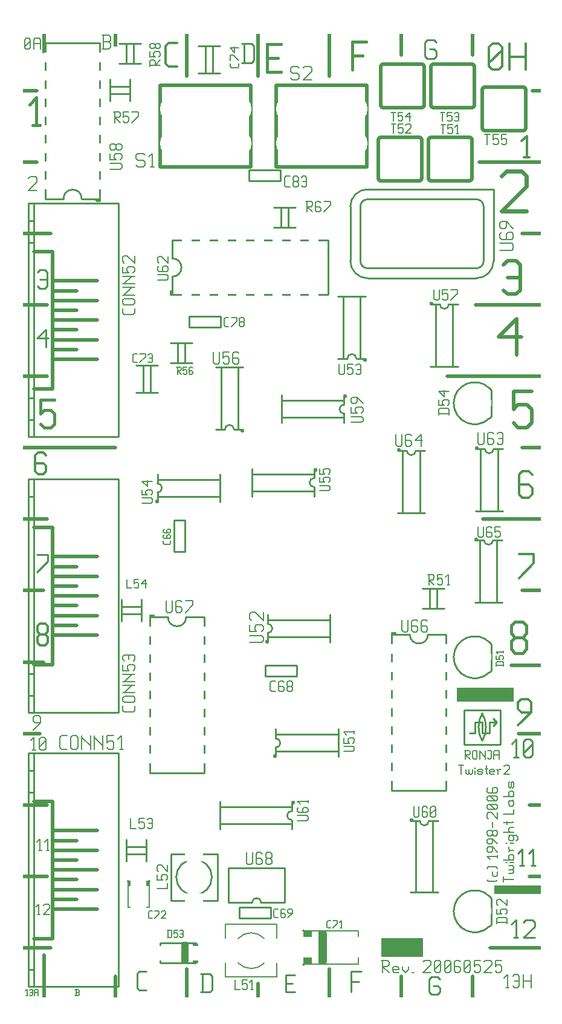
<source format=gbr>
G04 Title: Twister2, silkscreen, component side *
G04 Creator: pcb-bin 20060321 *
G04 CreationDate: Thu May 25 07:45:50 2006 UTC *
G04 For: clock *
G04 Format: Gerber/RS-274X *
G04 PCB-Dimensions: 322834 546999 *
G04 PCB-Coordinate-Origin: lower left *
%MOIN*%
%FSLAX24Y24*%
%IPPOS*%
%ADD11C,0.0200*%
%ADD12C,0.0479*%
%ADD13C,0.0200*%
%ADD14C,0.0480*%
%ADD15C,0.0120*%
%ADD16C,0.0400*%
%ADD17C,0.0800*%
%ADD18C,0.1080*%
%ADD19C,0.0400*%
%ADD20C,0.0680*%
%ADD21C,0.0399*%
%ADD22C,0.0479*%
%ADD23C,0.0100*%
%ADD24C,0.0374*%
%ADD25R,0.0866X0.0866*%
%ADD26R,0.1142X0.1142*%
%ADD27R,0.0946X0.0946*%
%ADD28C,0.0079*%
%ADD29C,0.0080*%
%ADD30R,0.1102X0.1102*%
%ADD31R,0.1378X0.1378*%
%ADD32R,0.1182X0.1182*%
%ADD33C,0.0394*%
%ADD34R,0.0600X0.0600*%
%ADD35R,0.0876X0.0876*%
%ADD36R,0.0680X0.0680*%
%ADD37R,0.0800X0.0800*%
%ADD38R,0.1076X0.1076*%
%ADD39R,0.0880X0.0880*%
%ADD40C,0.0300*%
%ADD41C,0.0400*%
%ADD42C,0.0200*%
%ADD43R,0.0876X0.0876*%
%ADD44R,0.2000X0.2000*%
%ADD45R,0.2276X0.2276*%
%ADD46R,0.2080X0.2080*%
%ADD47R,0.0500X0.0500*%
%ADD48R,0.0775X0.0775*%
%ADD49R,0.0580X0.0580*%
%ADD50R,0.0552X0.0552*%
%ADD51R,0.0632X0.0632*%
%ADD52C,0.0156*%
%AMTHERM1*7,0,0,0.0828,0.0552,0.0156,45*%
%ADD53THERM1*%
%ADD54R,0.0828X0.0828X0.0552X0.0552*%
%ADD55R,0.0828X0.0828*%
%ADD56C,0.0552*%
%ADD57C,0.0632*%
%ADD58C,0.0828X0.0552*%
%ADD59C,0.0828*%
%ADD60C,0.0600*%
%ADD61C,0.0680*%
%ADD62C,0.0876X0.0600*%
%ADD63C,0.0876*%
%ADD64C,0.0160*%
%AMTHERM2*7,0,0,0.0876,0.0600,0.0160,45*%
%ADD65THERM2*%
%ADD66R,0.0700X0.0700*%
%ADD67R,0.0780X0.0780*%
%ADD68R,0.0975X0.0975X0.0700X0.0700*%
%ADD69R,0.0975X0.0975*%
%ADD70C,0.0700*%
%ADD71C,0.0780*%
%ADD72C,0.0210*%
%AMTHERM3*7,0,0,0.0975,0.0700,0.0210,45*%
%ADD73THERM3*%
%ADD74C,0.0975X0.0700*%
%ADD75C,0.0975*%
%ADD76R,0.0916X0.0916*%
%ADD77R,0.0200X0.0200*%
%ADD78R,0.0476X0.0476*%
%ADD79R,0.0280X0.0280*%
%ADD80C,0.1350*%
%ADD81C,0.1430*%
%ADD82C,0.1626X0.1350*%
%ADD83C,0.1626*%
%ADD84R,0.1378X0.1378*%
%ADD85R,0.1653X0.1653*%
%ADD86R,0.1458X0.1458*%
%ADD87R,0.0984X0.0984*%
%ADD88R,0.1260X0.1260*%
%ADD89R,0.1064X0.1064*%
%ADD90R,0.0620X0.0620*%
%ADD91R,0.0900X0.0900X0.0620X0.0620*%
%ADD92R,0.0900X0.0900*%
%ADD93C,0.0620*%
%ADD94C,0.0900X0.0620*%
%ADD95C,0.0900*%
%ADD96C,0.2500*%
%ADD97C,0.2580*%
%ADD98C,0.0625*%
%AMTHERM4*7,0,0,0.2780,0.2500,0.0625,45*%
%ADD99THERM4*%
%ADD100C,0.2780X0.2500*%
%ADD101C,0.2780*%
%ADD102C,0.0133*%
%AMTHERM5*7,0,0,0.0900,0.0620,0.0133,45*%
%ADD103THERM5*%
%ADD104R,0.2600X0.2600*%
%ADD105R,0.2876X0.2876*%
%ADD106R,0.2680X0.2680*%
%ADD107C,0.0169*%
%ADD108C,0.0135*%
%ADD109C,0.0128*%
%ADD110C,0.0162*%
%ADD111C,0.0122*%
%ADD112C,0.0142*%
%ADD113C,0.0149*%
%ADD114C,0.0119*%
%ADD115C,0.0136*%
%ADD116C,0.0128*%
%ADD117C,0.0108*%
%ADD118C,0.0156*%
%ADD119C,0.0101*%
%ADD120C,0.0094*%
%ADD121C,0.0115*%
%ADD122C,0.0173*%
%ADD123C,0.0146*%
%ADD124C,0.0098*%
%ADD125C,0.0091*%
%ADD126C,0.0118*%
%ADD127C,0.0220*%
%ADD128C,0.0186*%
%ADD129C,0.0152*%
%ADD130C,0.0105*%
%ADD131C,0.0132*%
%ADD132C,0.0800*%
%ADD133C,0.1079*%
%ADD134C,0.1079X0.0800*%
%ADD135C,0.0560*%
%ADD136C,0.0839*%
%ADD137C,0.0839X0.0560*%
%ADD138C,0.0480*%
%ADD139C,0.0759*%
%ADD140C,0.0759X0.0480*%
%ADD141C,0.0650*%
%ADD142C,0.0929*%
%ADD143C,0.0929X0.0650*%
%ADD144C,0.0150*%
%AMTHERM6*7,0,0,0.0929,0.0650,0.0150,45*%
%ADD145THERM6*%
%AMTHERM7*7,0,0,0.1079,0.0800,0.0150,45*%
%ADD146THERM7*%
%ADD147C,0.0839*%
%ADD148C,0.0839X0.0560*%
%ADD149C,0.1080X0.0800*%
%ADD150C,0.0160*%
%AMTHERM8*7,0,0,0.0839,0.0560,0.0160,45*%
%ADD151THERM8*%
%ADD152C,0.0120*%
%AMTHERM9*7,0,0,0.0759,0.0480,0.0120,45*%
%ADD153THERM9*%
%ADD154C,0.0150*%
%AMTHERM10*7,0,0,0.1080,0.0800,0.0150,45*%
%ADD155THERM10*%
%ADD156C,0.0560*%
%ADD157C,0.0839*%
%ADD158C,0.0839X0.0560*%
%LNGROUP_3*%
%LPD*%
G01X0Y0D02*
G54D28*X8523Y7200D02*X9783D01*
X9744Y7239D02*Y5743D01*
X8562Y7239D02*Y5743D01*
X9744D01*
X8562Y7140D02*X9744D01*
X8562Y7081D02*X9744D01*
X8562Y7022D02*X9744D01*
X8562Y6963D02*X9744D01*
X8562Y7239D02*X8523Y7200D01*
X9744Y7239D02*X9783Y7200D01*
G04 Text: C72 *
G54D29*X9754Y5144D02*X9904D01*
X9704Y5194D02*X9754Y5144D01*
X9704Y5494D02*Y5194D01*
Y5494D02*X9754Y5544D01*
X9904D01*
X10024Y5144D02*X10274Y5394D01*
Y5544D02*Y5394D01*
X10024Y5544D02*X10274D01*
X10394Y5494D02*X10444Y5544D01*
X10594D01*
X10644Y5494D01*
Y5394D01*
X10394Y5144D02*X10644Y5394D01*
X10394Y5144D02*X10644D01*
G54D28*X18283Y4524D02*Y2555D01*
X21276Y4445D02*Y2634D01*
X18205D02*X21276D01*
X18205Y4445D02*X21276D01*
G54D33*X18500Y4287D02*Y2791D01*
G54D28*X18323Y4406D02*Y2634D01*
X18657Y4445D02*Y2634D01*
X19484Y4445D02*Y2634D01*
X19110Y4445D02*Y2634D01*
G54D33*X19327Y4287D02*Y2791D01*
G54D28*X19150Y4406D02*Y2634D01*
X18283Y4524D02*X18205Y4445D01*
Y2634D02*X18283Y2555D01*
G04 Text: C71 *
G54D29*X19590Y4609D02*X19740D01*
X19540Y4659D02*X19590Y4609D01*
X19540Y4959D02*Y4659D01*
Y4959D02*X19590Y5009D01*
X19740D01*
X19860Y4609D02*X20110Y4859D01*
Y5009D02*Y4859D01*
X19860Y5009D02*X20110D01*
X20280Y4609D02*X20380D01*
X20330Y5009D02*Y4609D01*
X20230Y4909D02*X20330Y5009D01*
G54D42*X27680Y52109D02*Y49909D01*
X27580Y49809D02*X27680Y49909D01*
X25380Y49809D02*X27580D01*
X25380Y52209D02*X27580D01*
X25280Y52109D02*X25380Y52209D01*
X25280Y52109D02*Y49909D01*
X25380Y49809D01*
X27580Y52209D02*X27680Y52109D01*
G04 Text: T53 *
G54D29*X25790Y49557D02*X26034D01*
X25912D02*Y49069D01*
X26180Y49557D02*X26424D01*
X26180D02*Y49313D01*
X26241Y49374D01*
X26363D01*
X26424Y49313D01*
Y49130D01*
X26363Y49069D02*X26424Y49130D01*
X26241Y49069D02*X26363D01*
X26180Y49130D02*X26241Y49069D01*
X26571Y49496D02*X26632Y49557D01*
X26754D01*
X26815Y49496D01*
Y49130D01*
X26754Y49069D02*X26815Y49130D01*
X26632Y49069D02*X26754D01*
X26571Y49130D02*X26632Y49069D01*
Y49313D02*X26815D01*
G54D42*X27550Y45869D02*Y48069D01*
X27450Y45769D02*X27550Y45869D01*
X25250Y45769D02*X27450D01*
X25250Y48169D02*X27450D01*
X25150Y48069D02*X25250Y48169D01*
X25150Y45869D02*Y48069D01*
Y45869D02*X25250Y45769D01*
X27450Y48169D02*X27550Y48069D01*
G04 Text: T51 *
G54D29*X25830Y48887D02*X26074D01*
X25952D02*Y48399D01*
X26220Y48887D02*X26464D01*
X26220D02*Y48643D01*
X26281Y48704D01*
X26403D01*
X26464Y48643D01*
Y48460D01*
X26403Y48399D02*X26464Y48460D01*
X26281Y48399D02*X26403D01*
X26220Y48460D02*X26281Y48399D01*
X26672D02*X26794D01*
X26733Y48887D02*Y48399D01*
X26611Y48765D02*X26733Y48887D01*
G54D42*X22380Y45889D02*Y48089D01*
X22480Y48189D02*X22380Y48089D01*
X22480Y48189D02*X24680D01*
X22480Y45789D02*X24680D01*
X24780Y45889D02*X24680Y45789D01*
X24780Y45889D02*Y48089D01*
X24680Y48189D01*
X22480Y45789D02*X22380Y45889D01*
G04 Text: T52 *
G54D29*X23090Y48907D02*X23334D01*
X23212D02*Y48419D01*
X23480Y48907D02*X23724D01*
X23480D02*Y48663D01*
X23541Y48724D01*
X23663D01*
X23724Y48663D01*
Y48480D01*
X23663Y48419D02*X23724Y48480D01*
X23541Y48419D02*X23663D01*
X23480Y48480D02*X23541Y48419D01*
X23871Y48846D02*X23932Y48907D01*
X24115D01*
X24176Y48846D01*
Y48724D01*
X23871Y48419D02*X24176Y48724D01*
X23871Y48419D02*X24176D01*
G54D23*X8660Y51399D02*Y50199D01*
X7560Y51399D02*Y50199D01*
Y50599D02*X8660D01*
X7560Y50999D02*X8660D01*
G04 Text: R57 *
G54D29*X7770Y49575D02*X8058D01*
X8130Y49503D01*
Y49359D01*
X8058Y49287D02*X8130Y49359D01*
X7842Y49287D02*X8058D01*
X7842Y49575D02*Y48999D01*
Y49287D02*X8130Y48999D01*
X8302Y49575D02*X8590D01*
X8302D02*Y49287D01*
X8374Y49359D01*
X8518D01*
X8590Y49287D01*
Y49071D01*
X8518Y48999D02*X8590Y49071D01*
X8374Y48999D02*X8518D01*
X8302Y49071D02*X8374Y48999D01*
X8763D02*X9123Y49359D01*
Y49575D02*Y49359D01*
X8763Y49575D02*X9123D01*
G54D23*X7010Y53399D02*Y44699D01*
X4010Y53399D02*X7010D01*
X6810Y44799D02*Y44699D01*
X6010Y44799D02*X7010D01*
X4010D02*X5010D01*
X7010Y44699D02*X6810Y44799D01*
X4010Y53399D02*Y44799D01*
X6810Y44699D02*X7010D01*
X6010Y44799D02*G75*G03X5010Y44799I-500J0D01*G01*
G04 Text: U58 *
G54D29*X7566Y46429D02*X8147D01*
X8230Y46512D01*
Y46678D02*Y46512D01*
Y46678D02*X8147Y46761D01*
X7566D02*X8147D01*
X7566Y47293D02*Y46961D01*
X7898D01*
X7815Y47044D01*
Y47210D02*Y47044D01*
Y47210D02*X7898Y47293D01*
X8147D01*
X8230Y47210D02*X8147Y47293D01*
X8230Y47210D02*Y47044D01*
X8147Y46961D02*X8230Y47044D01*
X8147Y47492D02*X8230Y47575D01*
X7981Y47492D02*X8147D01*
X7981D02*X7898Y47575D01*
Y47741D02*Y47575D01*
Y47741D02*X7981Y47824D01*
X8147D01*
X8230Y47741D02*X8147Y47824D01*
X8230Y47741D02*Y47575D01*
X7815Y47492D02*X7898Y47575D01*
X7649Y47492D02*X7815D01*
X7649D02*X7566Y47575D01*
Y47741D02*Y47575D01*
Y47741D02*X7649Y47824D01*
X7815D01*
X7898Y47741D02*X7815Y47824D01*
G54D23*X8060Y52239D02*X9260D01*
X8060Y53339D02*X9260D01*
X8460D02*Y52239D01*
X8860Y53339D02*Y52239D01*
G04 Text: R58 *
G54D29*X9769Y52369D02*Y52081D01*
Y52369D02*X9841Y52441D01*
X9985D01*
X10057Y52369D02*X9985Y52441D01*
X10057Y52369D02*Y52153D01*
X9769D02*X10345D01*
X10057D02*X10345Y52441D01*
X9769Y52902D02*Y52614D01*
X10057D01*
X9985Y52686D01*
Y52830D02*Y52686D01*
Y52830D02*X10057Y52902D01*
X10273D01*
X10345Y52830D02*X10273Y52902D01*
X10345Y52830D02*Y52686D01*
X10273Y52614D02*X10345Y52686D01*
X10273Y53075D02*X10345Y53147D01*
X10129Y53075D02*X10273D01*
X10129D02*X10057Y53147D01*
Y53291D02*Y53147D01*
Y53291D02*X10129Y53363D01*
X10273D01*
X10345Y53291D02*X10273Y53363D01*
X10345Y53291D02*Y53147D01*
X9985Y53075D02*X10057Y53147D01*
X9841Y53075D02*X9985D01*
X9841D02*X9769Y53147D01*
Y53291D02*Y53147D01*
Y53291D02*X9841Y53363D01*
X9985D01*
X10057Y53291D02*X9985Y53363D01*
G54D42*X28220Y48549D02*X30420D01*
X28120Y48649D02*X28220Y48549D01*
X28120Y48649D02*Y50849D01*
X30520Y48649D02*Y50849D01*
X30420Y50949D02*X30520Y50849D01*
X28220Y50949D02*X30420D01*
X28220D02*X28120Y50849D01*
X30520Y48649D02*X30420Y48549D01*
G04 Text: T55 *
G54D29*X28241Y48347D02*X28529D01*
X28385D02*Y47771D01*
X28702Y48347D02*X28990D01*
X28702D02*Y48059D01*
X28774Y48131D01*
X28918D01*
X28990Y48059D01*
Y47843D01*
X28918Y47771D02*X28990Y47843D01*
X28774Y47771D02*X28918D01*
X28702Y47843D02*X28774Y47771D01*
X29163Y48347D02*X29451D01*
X29163D02*Y48059D01*
X29235Y48131D01*
X29379D01*
X29451Y48059D01*
Y47843D01*
X29379Y47771D02*X29451Y47843D01*
X29235Y47771D02*X29379D01*
X29163Y47843D02*X29235Y47771D01*
G54D42*X24890Y52109D02*Y49909D01*
X24790Y49809D02*X24890Y49909D01*
X22590Y49809D02*X24790D01*
X22590Y52209D02*X24790D01*
X22490Y52109D02*X22590Y52209D01*
X22490Y52109D02*Y49909D01*
X22590Y49809D01*
X24790Y52209D02*X24890Y52109D01*
G04 Text: T54 *
G54D29*X23080Y49567D02*X23324D01*
X23202D02*Y49079D01*
X23470Y49567D02*X23714D01*
X23470D02*Y49323D01*
X23531Y49384D01*
X23653D01*
X23714Y49323D01*
Y49140D01*
X23653Y49079D02*X23714Y49140D01*
X23531Y49079D02*X23653D01*
X23470Y49140D02*X23531Y49079D01*
X23861Y49323D02*X24105Y49567D01*
X23861Y49323D02*X24166D01*
X24105Y49567D02*Y49079D01*
G54D23*X21780Y44769D02*X27780D01*
X21380Y44369D02*Y41369D01*
X21780Y40969D02*X27780D01*
X28180Y44369D02*Y41369D01*
X21780Y45319D02*X28730D01*
X20830Y44369D02*Y41369D01*
X21780Y40419D02*X27780D01*
X28730Y45319D02*Y41369D01*
X28180Y44369D02*G75*G03X27780Y44769I-400J0D01*G01*
X21780D02*G75*G03X21380Y44369I0J-400D01*G01*
Y41369D02*G75*G03X21780Y40969I400J0D01*G01*
X27780D02*G75*G03X28180Y41369I0J400D01*G01*
X21780Y45319D02*G75*G03X20830Y44369I0J-950D01*G01*
Y41369D02*G75*G03X21780Y40419I950J0D01*G01*
X27780D02*G75*G03X28730Y41369I0J950D01*G01*
G04 Text: U69 *
G54D29*X29068Y41959D02*X29726D01*
X29820Y42053D01*
Y42241D02*Y42053D01*
Y42241D02*X29726Y42335D01*
X29068D02*X29726D01*
X29068Y42843D02*X29162Y42937D01*
X29068Y42843D02*Y42655D01*
X29162Y42561D02*X29068Y42655D01*
X29162Y42561D02*X29726D01*
X29820Y42655D01*
X29444Y42843D02*X29538Y42937D01*
X29444Y42843D02*Y42561D01*
X29820Y42843D02*Y42655D01*
Y42843D02*X29726Y42937D01*
X29538D02*X29726D01*
X29820Y43163D02*X29444Y43539D01*
X29162D02*X29444D01*
X29068Y43445D02*X29162Y43539D01*
X29068Y43445D02*Y43257D01*
X29162Y43163D02*X29068Y43257D01*
X29162Y43163D02*X29350D01*
X29444Y43257D01*
Y43539D02*Y43257D01*
G54D23*X28510Y4709D02*X28600Y4799D01*
X28510Y6349D02*X28610Y6249D01*
Y6259D02*Y4809D01*
X28510Y6350D02*G75*G03X28510Y4709I-820J-820D01*G01*
G04 Text: D52 *
G54D29*X28889Y4913D02*X29465D01*
X28889Y5129D02*X28961Y5201D01*
X29393D01*
X29465Y5129D02*X29393Y5201D01*
X29465Y5129D02*Y4841D01*
X28889Y5129D02*Y4841D01*
Y5662D02*Y5374D01*
X29177D01*
X29105Y5446D01*
Y5590D02*Y5446D01*
Y5590D02*X29177Y5662D01*
X29393D01*
X29465Y5590D02*X29393Y5662D01*
X29465Y5590D02*Y5446D01*
X29393Y5374D02*X29465Y5446D01*
X28961Y5835D02*X28889Y5907D01*
Y6123D02*Y5907D01*
Y6123D02*X28961Y6195D01*
X29105D01*
X29465Y5835D02*X29105Y6195D01*
X29465D02*Y5835D01*
G54D23*X24810Y23319D02*X26010D01*
X24810Y22219D02*X26010D01*
X25610Y23319D02*Y22219D01*
X25210Y23319D02*Y22219D01*
G04 Text: R51 *
G54D29*X25090Y24085D02*X25378D01*
X25450Y24013D01*
Y23869D01*
X25378Y23797D02*X25450Y23869D01*
X25162Y23797D02*X25378D01*
X25162Y24085D02*Y23509D01*
Y23797D02*X25450Y23509D01*
X25622Y24085D02*X25910D01*
X25622D02*Y23797D01*
X25694Y23869D01*
X25838D01*
X25910Y23797D01*
Y23581D01*
X25838Y23509D02*X25910Y23581D01*
X25694Y23509D02*X25838D01*
X25622Y23581D02*X25694Y23509D01*
X26155D02*X26299D01*
X26227Y24085D02*Y23509D01*
X26083Y23941D02*X26227Y24085D01*
G54D23*X10335Y2684D02*X12285D01*
G54D40*Y3694D02*Y2784D01*
G54D23*X10335Y3794D02*X12285D01*
X10335D02*Y2684D01*
G54D41*X11695Y3644D02*Y2834D01*
G54D42*X11795Y3744D02*Y3584D01*
X11595Y3744D02*Y3584D01*
X11795Y2894D02*Y2734D01*
X11595Y2894D02*Y2734D01*
G04 Text: D53 *
G54D29*X10780Y4489D02*Y4089D01*
X10930Y4489D02*X10980Y4439D01*
Y4139D01*
X10930Y4089D02*X10980Y4139D01*
X10730Y4089D02*X10930D01*
X10730Y4489D02*X10930D01*
X11100D02*X11300D01*
X11100D02*Y4289D01*
X11150Y4339D01*
X11250D01*
X11300Y4289D01*
Y4139D01*
X11250Y4089D02*X11300Y4139D01*
X11150Y4089D02*X11250D01*
X11100Y4139D02*X11150Y4089D01*
X11420Y4439D02*X11470Y4489D01*
X11570D01*
X11620Y4439D01*
Y4139D01*
X11570Y4089D02*X11620Y4139D01*
X11470Y4089D02*X11570D01*
X11420Y4139D02*X11470Y4089D01*
Y4289D02*X11620D01*
G54D23*X17860Y18479D02*Y19099D01*
X16130D02*X17860D01*
X16130Y18479D02*Y19099D01*
Y18479D02*X17850D01*
G04 Text: C68 *
G54D29*X16492Y17639D02*X16708D01*
X16420Y17711D02*X16492Y17639D01*
X16420Y18143D02*Y17711D01*
Y18143D02*X16492Y18215D01*
X16708D01*
X17096D02*X17168Y18143D01*
X16952Y18215D02*X17096D01*
X16880Y18143D02*X16952Y18215D01*
X16880Y18143D02*Y17711D01*
X16952Y17639D01*
X17096Y17927D02*X17168Y17855D01*
X16880Y17927D02*X17096D01*
X16952Y17639D02*X17096D01*
X17168Y17711D01*
Y17855D02*Y17711D01*
X17341D02*X17413Y17639D01*
X17341Y17855D02*Y17711D01*
Y17855D02*X17413Y17927D01*
X17557D01*
X17629Y17855D01*
Y17711D01*
X17557Y17639D02*X17629Y17711D01*
X17413Y17639D02*X17557D01*
X17341Y17999D02*X17413Y17927D01*
X17341Y18143D02*Y17999D01*
Y18143D02*X17413Y18215D01*
X17557D01*
X17629Y18143D01*
Y17999D01*
X17557Y17927D02*X17629Y17999D01*
G54D23*X9770Y21839D02*Y13139D01*
X12770D01*
X9970Y21839D02*Y21739D01*
X9770D02*X10770D01*
X11770D02*X12770D01*
X9770Y21839D02*X9970Y21739D01*
X12770D02*Y13139D01*
X9770Y21839D02*X9970D01*
X10770Y21739D02*G75*G03X11770Y21739I500J0D01*G01*
G04 Text: U67 *
G54D29*X10670Y22653D02*Y22072D01*
X10753Y21989D01*
X10919D01*
X11002Y22072D01*
Y22653D02*Y22072D01*
X11450Y22653D02*X11533Y22570D01*
X11284Y22653D02*X11450D01*
X11201Y22570D02*X11284Y22653D01*
X11201Y22570D02*Y22072D01*
X11284Y21989D01*
X11450Y22321D02*X11533Y22238D01*
X11201Y22321D02*X11450D01*
X11284Y21989D02*X11450D01*
X11533Y22072D01*
Y22238D02*Y22072D01*
X11732Y21989D02*X12147Y22404D01*
Y22653D02*Y22404D01*
X11732Y22653D02*X12147D01*
G54D23*X28510Y18709D02*X28600Y18799D01*
X28510Y20349D02*X28610Y20249D01*
Y20259D02*Y18809D01*
X28510Y20350D02*G75*G03X28510Y18709I-820J-820D01*G01*
G04 Text: D51 *
G54D29*X28881Y19087D02*X29281D01*
X28881Y19237D02*X28931Y19287D01*
X29231D01*
X29281Y19237D02*X29231Y19287D01*
X29281Y19237D02*Y19037D01*
X28881Y19237D02*Y19037D01*
Y19607D02*Y19407D01*
X29081D01*
X29031Y19457D01*
Y19557D02*Y19457D01*
Y19557D02*X29081Y19607D01*
X29231D01*
X29281Y19557D02*X29231Y19607D01*
X29281Y19557D02*Y19457D01*
X29231Y19407D02*X29281Y19457D01*
Y19877D02*Y19777D01*
X28881Y19827D02*X29281D01*
X28981Y19727D02*X28881Y19827D01*
G54D23*X16970Y46389D02*Y45769D01*
X15240Y46389D02*X16970D01*
X15240D02*Y45769D01*
X16960D01*
G04 Text: C83 *
G54D29*X17282Y45459D02*X17498D01*
X17210Y45531D02*X17282Y45459D01*
X17210Y45963D02*Y45531D01*
Y45963D02*X17282Y46035D01*
X17498D01*
X17670Y45531D02*X17742Y45459D01*
X17670Y45675D02*Y45531D01*
Y45675D02*X17742Y45747D01*
X17886D01*
X17958Y45675D01*
Y45531D01*
X17886Y45459D02*X17958Y45531D01*
X17742Y45459D02*X17886D01*
X17670Y45819D02*X17742Y45747D01*
X17670Y45963D02*Y45819D01*
Y45963D02*X17742Y46035D01*
X17886D01*
X17958Y45963D01*
Y45819D01*
X17886Y45747D02*X17958Y45819D01*
X18131Y45963D02*X18203Y46035D01*
X18347D01*
X18419Y45963D01*
Y45531D01*
X18347Y45459D02*X18419Y45531D01*
X18203Y45459D02*X18347D01*
X18131Y45531D02*X18203Y45459D01*
Y45747D02*X18419D01*
G54D23*X13650Y10339D02*X17590D01*
Y11469D02*X17690D01*
Y11569D02*Y11469D01*
X17590Y11569D02*X17690D01*
X13650Y11279D02*X17590D01*
X13650Y11569D02*Y10049D01*
X17590Y11569D02*Y11059D01*
Y10559D02*Y10049D01*
Y11469D02*X17690Y11569D01*
X17590Y11059D02*G75*G03X17340Y10809I0J-250D01*G01*
Y10810D02*G75*G03X17590Y10559I250J0D01*G01*
G04 Text: U61 *
G54D29*X17914Y10519D02*X18418D01*
X18490Y10591D01*
Y10735D02*Y10591D01*
Y10735D02*X18418Y10807D01*
X17914D02*X18418D01*
X17914Y11196D02*X17986Y11268D01*
X17914Y11196D02*Y11052D01*
X17986Y10980D02*X17914Y11052D01*
X17986Y10980D02*X18418D01*
X18490Y11052D01*
X18202Y11196D02*X18274Y11268D01*
X18202Y11196D02*Y10980D01*
X18490Y11196D02*Y11052D01*
Y11196D02*X18418Y11268D01*
X18274D02*X18418D01*
X18490Y11657D02*Y11513D01*
X17914Y11585D02*X18490D01*
X18058Y11441D02*X17914Y11585D01*
G54D13*X10350Y51049D02*Y46549D01*
X15350Y51049D02*Y46549D01*
X10350Y51049D02*X15350D01*
X10350Y46549D02*X15350D01*
G04 Text: S1 *
G54D29*X9396Y47301D02*X9490Y47207D01*
X9114Y47301D02*X9396D01*
X9020Y47207D02*X9114Y47301D01*
X9020Y47207D02*Y47019D01*
X9114Y46925D01*
X9396D01*
X9490Y46831D01*
Y46643D01*
X9396Y46549D02*X9490Y46643D01*
X9114Y46549D02*X9396D01*
X9020Y46643D02*X9114Y46549D01*
X9809D02*X9997D01*
X9903Y47301D02*Y46549D01*
X9715Y47113D02*X9903Y47301D01*
G54D23*X23110Y20889D02*Y12189D01*
X26110D01*
X23310Y20889D02*Y20789D01*
X23110D02*X24110D01*
X25110D02*X26110D01*
X23110Y20889D02*X23310Y20789D01*
X26110D02*Y12189D01*
X23110Y20889D02*X23310D01*
X24110Y20789D02*G75*G03X25110Y20789I500J0D01*G01*
G04 Text: U66 *
G54D29*X23680Y21593D02*Y21012D01*
X23763Y20929D01*
X23929D01*
X24012Y21012D01*
Y21593D02*Y21012D01*
X24460Y21593D02*X24543Y21510D01*
X24294Y21593D02*X24460D01*
X24211Y21510D02*X24294Y21593D01*
X24211Y21510D02*Y21012D01*
X24294Y20929D01*
X24460Y21261D02*X24543Y21178D01*
X24211Y21261D02*X24460D01*
X24294Y20929D02*X24460D01*
X24543Y21012D01*
Y21178D02*Y21012D01*
X24991Y21593D02*X25074Y21510D01*
X24825Y21593D02*X24991D01*
X24742Y21510D02*X24825Y21593D01*
X24742Y21510D02*Y21012D01*
X24825Y20929D01*
X24991Y21261D02*X25074Y21178D01*
X24742Y21261D02*X24991D01*
X24825Y20929D02*X24991D01*
X25074Y21012D01*
Y21178D02*Y21012D01*
G54D23*X10190Y28199D02*X10090Y28099D01*
Y28199D02*X10190D01*
X10090D02*Y28099D01*
X10190D01*
Y28389D02*X13630D01*
Y29619D02*Y28099D01*
X10190Y28609D02*Y28099D01*
Y29619D02*Y29109D01*
Y29329D02*X13630D01*
X10190Y28609D02*G75*G03X10440Y28859I0J250D01*G01*
Y28859D02*G75*G03X10189Y29109I-250J0D01*G01*
G04 Text: U54 *
G54D29*X9334Y28019D02*X9838D01*
X9910Y28091D01*
Y28235D02*Y28091D01*
Y28235D02*X9838Y28307D01*
X9334D02*X9838D01*
X9334Y28768D02*Y28480D01*
X9622D01*
X9550Y28552D01*
Y28696D02*Y28552D01*
Y28696D02*X9622Y28768D01*
X9838D01*
X9910Y28696D02*X9838Y28768D01*
X9910Y28696D02*Y28552D01*
X9838Y28480D02*X9910Y28552D01*
X9622Y28941D02*X9334Y29229D01*
X9622Y29301D02*Y28941D01*
X9334Y29229D02*X9910D01*
G54D23*X28510Y32709D02*X28600Y32799D01*
X28510Y34349D02*X28610Y34249D01*
Y34259D02*Y32809D01*
X28510Y34350D02*G75*G03X28510Y32709I-820J-820D01*G01*
G04 Text: D54 *
G54D29*X25704Y32961D02*X26280D01*
X25704Y33177D02*X25776Y33249D01*
X26208D01*
X26280Y33177D02*X26208Y33249D01*
X26280Y33177D02*Y32889D01*
X25704Y33177D02*Y32889D01*
Y33710D02*Y33422D01*
X25992D01*
X25920Y33494D01*
Y33638D02*Y33494D01*
Y33638D02*X25992Y33710D01*
X26208D01*
X26280Y33638D02*X26208Y33710D01*
X26280Y33638D02*Y33494D01*
X26208Y33422D02*X26280Y33494D01*
X25992Y33883D02*X25704Y34171D01*
X25992Y34243D02*Y33883D01*
X25704Y34171D02*X26280D01*
G54D23*X18830Y29819D02*X18930Y29919D01*
X18830Y29819D02*X18930D01*
Y29919D02*Y29819D01*
X18830Y29919D02*X18930D01*
X15390Y29629D02*X18830D01*
X15390Y29919D02*Y28399D01*
X18830Y29919D02*Y29409D01*
Y28909D02*Y28399D01*
X15390Y28689D02*X18830D01*
Y29409D02*G75*G03X18580Y29159I0J-250D01*G01*
Y29160D02*G75*G03X18830Y28909I250J0D01*G01*
G04 Text: U55 *
G54D29*X19124Y28709D02*X19628D01*
X19700Y28781D01*
Y28925D02*Y28781D01*
Y28925D02*X19628Y28997D01*
X19124D02*X19628D01*
X19124Y29458D02*Y29170D01*
X19412D01*
X19340Y29242D01*
Y29386D02*Y29242D01*
Y29386D02*X19412Y29458D01*
X19628D01*
X19700Y29386D02*X19628Y29458D01*
X19700Y29386D02*Y29242D01*
X19628Y29170D02*X19700Y29242D01*
X19124Y29919D02*Y29631D01*
X19412D01*
X19340Y29703D01*
Y29847D02*Y29703D01*
Y29847D02*X19412Y29919D01*
X19628D01*
X19700Y29847D02*X19628Y29919D01*
X19700Y29847D02*Y29703D01*
X19628Y29631D02*X19700Y29703D01*
G54D23*X16430Y5759D02*Y5139D01*
X14700Y5759D02*X16430D01*
X14700D02*Y5139D01*
X16420D01*
G04 Text: C69 *
G54D29*X16661Y5179D02*X16844D01*
X16600Y5240D02*X16661Y5179D01*
X16600Y5606D02*Y5240D01*
Y5606D02*X16661Y5667D01*
X16844D01*
X17173D02*X17234Y5606D01*
X17051Y5667D02*X17173D01*
X16990Y5606D02*X17051Y5667D01*
X16990Y5606D02*Y5240D01*
X17051Y5179D01*
X17173Y5423D02*X17234Y5362D01*
X16990Y5423D02*X17173D01*
X17051Y5179D02*X17173D01*
X17234Y5240D01*
Y5362D02*Y5240D01*
X17381Y5179D02*X17625Y5423D01*
Y5606D02*Y5423D01*
X17564Y5667D02*X17625Y5606D01*
X17442Y5667D02*X17564D01*
X17381Y5606D02*X17442Y5667D01*
X17381Y5606D02*Y5484D01*
X17442Y5423D01*
X17625D01*
G54D23*X16280Y20459D02*X16180Y20359D01*
Y20459D02*X16280D01*
X16180D02*Y20359D01*
X16280D01*
Y20649D02*X19720D01*
Y21879D02*Y20359D01*
X16280Y20869D02*Y20359D01*
Y21879D02*Y21369D01*
Y21589D02*X19720D01*
X16280Y20869D02*G75*G03X16530Y21119I0J250D01*G01*
Y21119D02*G75*G03X16279Y21369I-250J0D01*G01*
G04 Text: U52 *
G54D29*X15278Y20349D02*X15936D01*
X16030Y20443D01*
Y20631D02*Y20443D01*
Y20631D02*X15936Y20725D01*
X15278D02*X15936D01*
X15278Y21327D02*Y20951D01*
X15654D01*
X15560Y21045D01*
Y21233D02*Y21045D01*
Y21233D02*X15654Y21327D01*
X15936D01*
X16030Y21233D02*X15936Y21327D01*
X16030Y21233D02*Y21045D01*
X15936Y20951D02*X16030Y21045D01*
X15372Y21553D02*X15278Y21647D01*
Y21929D02*Y21647D01*
Y21929D02*X15372Y22023D01*
X15560D01*
X16030Y21553D02*X15560Y22023D01*
X16030D02*Y21553D01*
G54D23*X14110Y6009D02*X15410D01*
X15910D02*X17210D01*
X14110Y7909D02*Y6009D01*
Y7909D02*X17210D01*
Y6009D01*
X15910D02*G75*G03X15410Y6009I-250J0D01*G01*
G04 Text: U68 *
G54D29*X15100Y8773D02*Y8192D01*
X15183Y8109D01*
X15349D01*
X15432Y8192D01*
Y8773D02*Y8192D01*
X15880Y8773D02*X15963Y8690D01*
X15714Y8773D02*X15880D01*
X15631Y8690D02*X15714Y8773D01*
X15631Y8690D02*Y8192D01*
X15714Y8109D01*
X15880Y8441D02*X15963Y8358D01*
X15631Y8441D02*X15880D01*
X15714Y8109D02*X15880D01*
X15963Y8192D01*
Y8358D02*Y8192D01*
X16162D02*X16245Y8109D01*
X16162Y8358D02*Y8192D01*
Y8358D02*X16245Y8441D01*
X16411D01*
X16494Y8358D01*
Y8192D01*
X16411Y8109D02*X16494Y8192D01*
X16245Y8109D02*X16411D01*
X16162Y8524D02*X16245Y8441D01*
X16162Y8690D02*Y8524D01*
Y8690D02*X16245Y8773D01*
X16411D01*
X16494Y8690D01*
Y8524D01*
X16411Y8441D02*X16494Y8524D01*
G54D23*X11090Y27079D02*X11710D01*
X11090D02*Y25349D01*
X11710D01*
Y27069D02*Y25349D01*
G04 Text: C66 *
G54D29*X10914Y25956D02*Y25806D01*
X10864Y25756D02*X10914Y25806D01*
X10564Y25756D02*X10864D01*
X10564D02*X10514Y25806D01*
Y25956D02*Y25806D01*
Y26226D02*X10564Y26276D01*
X10514Y26226D02*Y26126D01*
X10564Y26076D02*X10514Y26126D01*
X10564Y26076D02*X10864D01*
X10914Y26126D01*
X10714Y26226D02*X10764Y26276D01*
X10714Y26226D02*Y26076D01*
X10914Y26226D02*Y26126D01*
Y26226D02*X10864Y26276D01*
X10764D02*X10864D01*
X10514Y26546D02*X10564Y26596D01*
X10514Y26546D02*Y26446D01*
X10564Y26396D02*X10514Y26446D01*
X10564Y26396D02*X10864D01*
X10914Y26446D01*
X10714Y26546D02*X10764Y26596D01*
X10714Y26546D02*Y26396D01*
X10914Y26546D02*Y26446D01*
Y26546D02*X10864Y26596D01*
X10764D02*X10864D01*
G54D23*X25380Y10509D02*Y6569D01*
X24250Y10609D02*Y10509D01*
X24150Y10609D02*X24250D01*
X24150D02*Y10509D01*
X24440D02*Y6569D01*
X24150D02*X25670D01*
X24150Y10509D02*X24660D01*
X25160D02*X25670D01*
X24250D02*X24150Y10609D01*
X24660Y10509D02*G75*G03X24910Y10259I250J0D01*G01*
X24909D02*G75*G03X25160Y10510I0J250D01*G01*
G04 Text: U60 *
G54D29*X24330Y11305D02*Y10801D01*
X24402Y10729D01*
X24546D01*
X24618Y10801D01*
Y11305D02*Y10801D01*
X25006Y11305D02*X25078Y11233D01*
X24862Y11305D02*X25006D01*
X24790Y11233D02*X24862Y11305D01*
X24790Y11233D02*Y10801D01*
X24862Y10729D01*
X25006Y11017D02*X25078Y10945D01*
X24790Y11017D02*X25006D01*
X24862Y10729D02*X25006D01*
X25078Y10801D01*
Y10945D02*Y10801D01*
X25251D02*X25323Y10729D01*
X25251Y11233D02*Y10801D01*
Y11233D02*X25323Y11305D01*
X25467D01*
X25539Y11233D01*
Y10801D01*
X25467Y10729D02*X25539Y10801D01*
X25323Y10729D02*X25467D01*
X25251Y10873D02*X25539Y11161D01*
G54D23*X8480Y9479D02*Y8279D01*
X9580Y9479D02*Y8279D01*
X8480Y9079D02*X9580D01*
X8480Y8679D02*X9580D01*
G04 Text: L53 *
G54D29*X8710Y10665D02*Y10089D01*
X8998D01*
X9170Y10665D02*X9458D01*
X9170D02*Y10377D01*
X9242Y10449D01*
X9386D01*
X9458Y10377D01*
Y10161D01*
X9386Y10089D02*X9458Y10161D01*
X9242Y10089D02*X9386D01*
X9170Y10161D02*X9242Y10089D01*
X9631Y10593D02*X9703Y10665D01*
X9847D01*
X9919Y10593D01*
Y10161D01*
X9847Y10089D02*X9919Y10161D01*
X9703Y10089D02*X9847D01*
X9631Y10161D02*X9703Y10089D01*
Y10377D02*X9919D01*
G54D23*X27790Y25979D02*X27690Y26079D01*
X27790D02*Y25979D01*
X27690Y26079D02*X27790D01*
X27690D02*Y25979D01*
X27980D02*Y22539D01*
X27690D02*X29210D01*
X27690Y25979D02*X28200D01*
X28700D02*X29210D01*
X28920D02*Y22539D01*
X28200Y25979D02*G75*G03X28450Y25729I250J0D01*G01*
X28449D02*G75*G03X28700Y25980I0J250D01*G01*
G04 Text: U65 *
G54D29*X27880Y26715D02*Y26211D01*
X27952Y26139D01*
X28096D01*
X28168Y26211D01*
Y26715D02*Y26211D01*
X28556Y26715D02*X28628Y26643D01*
X28412Y26715D02*X28556D01*
X28340Y26643D02*X28412Y26715D01*
X28340Y26643D02*Y26211D01*
X28412Y26139D01*
X28556Y26427D02*X28628Y26355D01*
X28340Y26427D02*X28556D01*
X28412Y26139D02*X28556D01*
X28628Y26211D01*
Y26355D02*Y26211D01*
X28801Y26715D02*X29089D01*
X28801D02*Y26427D01*
X28873Y26499D01*
X29017D01*
X29089Y26427D01*
Y26211D01*
X29017Y26139D02*X29089Y26211D01*
X28873Y26139D02*X29017D01*
X28801Y26211D02*X28873Y26139D01*
G54D13*X16750Y51049D02*Y46549D01*
X21750Y51049D02*Y46549D01*
X16750Y51049D02*X21750D01*
X16750Y46549D02*X21750D01*
G04 Text: S2 *
G54D29*X17906Y52101D02*X18000Y52007D01*
X17624Y52101D02*X17906D01*
X17530Y52007D02*X17624Y52101D01*
X17530Y52007D02*Y51819D01*
X17624Y51725D01*
X17906D01*
X18000Y51631D01*
Y51443D01*
X17906Y51349D02*X18000Y51443D01*
X17624Y51349D02*X17906D01*
X17530Y51443D02*X17624Y51349D01*
X18225Y52007D02*X18319Y52101D01*
X18601D01*
X18695Y52007D01*
Y51819D01*
X18225Y51349D02*X18695Y51819D01*
X18225Y51349D02*X18695D01*
G54D23*X14820Y32089D02*X14920Y31989D01*
X14820Y32089D02*Y31989D01*
X14920D01*
Y32089D02*Y31989D01*
X14630Y35529D02*Y32089D01*
X13400Y35529D02*X14920D01*
X14410Y32089D02*X14920D01*
X13400D02*X13910D01*
X13690Y35529D02*Y32089D01*
X14410D02*G75*G03X14160Y32339I-250J0D01*G01*
X14160D02*G75*G03X13910Y32089I0J-250D01*G01*
G04 Text: U56 *
G54D29*X13280Y36363D02*Y35782D01*
X13363Y35699D01*
X13529D01*
X13612Y35782D01*
Y36363D02*Y35782D01*
X13811Y36363D02*X14143D01*
X13811D02*Y36031D01*
X13894Y36114D01*
X14060D01*
X14143Y36031D01*
Y35782D01*
X14060Y35699D02*X14143Y35782D01*
X13894Y35699D02*X14060D01*
X13811Y35782D02*X13894Y35699D01*
X14591Y36363D02*X14674Y36280D01*
X14425Y36363D02*X14591D01*
X14342Y36280D02*X14425Y36363D01*
X14342Y36280D02*Y35782D01*
X14425Y35699D01*
X14591Y36031D02*X14674Y35948D01*
X14342Y36031D02*X14591D01*
X14425Y35699D02*X14591D01*
X14674Y35782D01*
Y35948D02*Y35782D01*
G54D23*X25350Y38979D02*X25250Y39079D01*
X25350D02*Y38979D01*
X25250Y39079D02*X25350D01*
X25250D02*Y38979D01*
X25540D02*Y35539D01*
X25250D02*X26770D01*
X25250Y38979D02*X25760D01*
X26260D02*X26770D01*
X26480D02*Y35539D01*
X25760Y38979D02*G75*G03X26010Y38729I250J0D01*G01*
X26009D02*G75*G03X26260Y38980I0J250D01*G01*
G04 Text: U57 *
G54D29*X25450Y39795D02*Y39291D01*
X25522Y39219D01*
X25666D01*
X25738Y39291D01*
Y39795D02*Y39291D01*
X25910Y39795D02*X26198D01*
X25910D02*Y39507D01*
X25982Y39579D01*
X26126D01*
X26198Y39507D01*
Y39291D01*
X26126Y39219D02*X26198Y39291D01*
X25982Y39219D02*X26126D01*
X25910Y39291D02*X25982Y39219D01*
X26371D02*X26731Y39579D01*
Y39795D02*Y39579D01*
X26371Y39795D02*X26731D01*
G54D23*X20480Y33869D02*X20580Y33969D01*
X20480Y33869D02*X20580D01*
Y33969D02*Y33869D01*
X20480Y33969D02*X20580D01*
X17040Y33679D02*X20480D01*
X17040Y33969D02*Y32449D01*
X20480Y33969D02*Y33459D01*
Y32959D02*Y32449D01*
X17040Y32739D02*X20480D01*
Y33459D02*G75*G03X20230Y33209I0J-250D01*G01*
Y33210D02*G75*G03X20480Y32959I250J0D01*G01*
G04 Text: U59 *
G54D29*X20866Y32469D02*X21447D01*
X21530Y32552D01*
Y32718D02*Y32552D01*
Y32718D02*X21447Y32801D01*
X20866D02*X21447D01*
X20866Y33333D02*Y33001D01*
X21198D01*
X21115Y33084D01*
Y33250D02*Y33084D01*
Y33250D02*X21198Y33333D01*
X21447D01*
X21530Y33250D02*X21447Y33333D01*
X21530Y33250D02*Y33084D01*
X21447Y33001D02*X21530Y33084D01*
Y33532D02*X21198Y33864D01*
X20949D02*X21198D01*
X20866Y33781D02*X20949Y33864D01*
X20866Y33781D02*Y33615D01*
X20949Y33532D02*X20866Y33615D01*
X20949Y33532D02*X21115D01*
X21198Y33615D01*
Y33864D02*Y33615D01*
G54D23*X16720Y14149D02*X16620Y14049D01*
Y14149D02*X16720D01*
X16620D02*Y14049D01*
X16720D01*
Y14339D02*X20160D01*
Y15569D02*Y14049D01*
X16720Y14559D02*Y14049D01*
Y15569D02*Y15059D01*
Y15279D02*X20160D01*
X16720Y14559D02*G75*G03X16970Y14809I0J250D01*G01*
Y14809D02*G75*G03X16719Y15059I-250J0D01*G01*
G04 Text: U51 *
G54D29*X20474Y14339D02*X20978D01*
X21050Y14411D01*
Y14555D02*Y14411D01*
Y14555D02*X20978Y14627D01*
X20474D02*X20978D01*
X20474Y15088D02*Y14800D01*
X20762D01*
X20690Y14872D01*
Y15016D02*Y14872D01*
Y15016D02*X20762Y15088D01*
X20978D01*
X21050Y15016D02*X20978Y15088D01*
X21050Y15016D02*Y14872D01*
X20978Y14800D02*X21050Y14872D01*
Y15477D02*Y15333D01*
X20474Y15405D02*X21050D01*
X20618Y15261D02*X20474Y15405D01*
G54D23*X27830Y31019D02*X27730Y31119D01*
X27830D02*Y31019D01*
X27730Y31119D02*X27830D01*
X27730D02*Y31019D01*
X28020D02*Y27579D01*
X27730D02*X29250D01*
X27730Y31019D02*X28240D01*
X28740D02*X29250D01*
X28960D02*Y27579D01*
X28240Y31019D02*G75*G03X28490Y30769I250J0D01*G01*
X28489D02*G75*G03X28740Y31020I0J250D01*G01*
G04 Text: U63 *
G54D29*X27860Y31923D02*Y31342D01*
X27943Y31259D01*
X28109D01*
X28192Y31342D01*
Y31923D02*Y31342D01*
X28640Y31923D02*X28723Y31840D01*
X28474Y31923D02*X28640D01*
X28391Y31840D02*X28474Y31923D01*
X28391Y31840D02*Y31342D01*
X28474Y31259D01*
X28640Y31591D02*X28723Y31508D01*
X28391Y31591D02*X28640D01*
X28474Y31259D02*X28640D01*
X28723Y31342D01*
Y31508D02*Y31342D01*
X28922Y31840D02*X29005Y31923D01*
X29171D01*
X29254Y31840D01*
Y31342D01*
X29171Y31259D02*X29254Y31342D01*
X29005Y31259D02*X29171D01*
X28922Y31342D02*X29005Y31259D01*
Y31591D02*X29254D01*
G54D23*X9790Y34129D02*Y35629D01*
X9390Y34129D02*Y35629D01*
X8990D02*X10190D01*
X8990Y34129D02*X10190D01*
G04 Text: C73 *
G54D29*X8891Y35769D02*X9074D01*
X8830Y35830D02*X8891Y35769D01*
X8830Y36196D02*Y35830D01*
Y36196D02*X8891Y36257D01*
X9074D01*
X9220Y35769D02*X9525Y36074D01*
Y36257D02*Y36074D01*
X9220Y36257D02*X9525D01*
X9672Y36196D02*X9733Y36257D01*
X9855D01*
X9916Y36196D01*
Y35830D01*
X9855Y35769D02*X9916Y35830D01*
X9733Y35769D02*X9855D01*
X9672Y35830D02*X9733Y35769D01*
Y36013D02*X9916D01*
G54D23*X10910Y36859D02*X12110D01*
X10910Y35759D02*X12110D01*
X11710Y36859D02*Y35759D01*
X11310Y36859D02*Y35759D01*
G04 Text: R56 *
G54D29*X11240Y35519D02*X11440D01*
X11490Y35469D01*
Y35369D01*
X11440Y35319D02*X11490Y35369D01*
X11290Y35319D02*X11440D01*
X11290Y35519D02*Y35119D01*
Y35319D02*X11490Y35119D01*
X11610Y35519D02*X11810D01*
X11610D02*Y35319D01*
X11660Y35369D01*
X11760D01*
X11810Y35319D01*
Y35169D01*
X11760Y35119D02*X11810Y35169D01*
X11660Y35119D02*X11760D01*
X11610Y35169D02*X11660Y35119D01*
X12080Y35519D02*X12130Y35469D01*
X11980Y35519D02*X12080D01*
X11930Y35469D02*X11980Y35519D01*
X11930Y35469D02*Y35169D01*
X11980Y35119D01*
X12080Y35319D02*X12130Y35269D01*
X11930Y35319D02*X12080D01*
X11980Y35119D02*X12080D01*
X12130Y35169D01*
Y35269D02*Y35169D01*
G54D28*X13942Y4816D02*Y1903D01*
Y4816D02*X16777D01*
Y1903D01*
X13942D02*X16777D01*
X16344Y3360D02*G75*G03X15360Y4344I-984J0D01*G01*
X15360D02*G75*G03X14375Y3360I0J-984D01*G01*
Y3360D02*G75*G03X15360Y2375I984J0D01*G01*
X15360D02*G75*G03X16344Y3359I0J984D01*G01*
G04 Text: L51 *
G54D29*X14468Y1738D02*Y1230D01*
X14722D01*
X14875Y1738D02*X15129D01*
X14875D02*Y1484D01*
X14938Y1547D01*
X15065D01*
X15129Y1484D01*
Y1293D01*
X15065Y1230D02*X15129Y1293D01*
X14938Y1230D02*X15065D01*
X14875Y1293D02*X14938Y1230D01*
X15345D02*X15472D01*
X15408Y1738D02*Y1230D01*
X15281Y1611D02*X15408Y1738D01*
G54D23*X10910Y39509D02*X19610D01*
Y42509D02*Y39509D01*
X10910Y39709D02*X11010D01*
Y40509D02*Y39509D01*
Y42509D02*Y41509D01*
X10910Y39509D02*X11010Y39709D01*
Y42509D02*X19610D01*
X10910Y39709D02*Y39509D01*
X11010Y40509D02*G75*G03X11010Y41509I0J500D01*G01*
G04 Text: U62 *
G54D29*X10194Y40329D02*X10698D01*
X10770Y40401D01*
Y40545D02*Y40401D01*
Y40545D02*X10698Y40617D01*
X10194D02*X10698D01*
X10194Y41006D02*X10266Y41078D01*
X10194Y41006D02*Y40862D01*
X10266Y40790D02*X10194Y40862D01*
X10266Y40790D02*X10698D01*
X10770Y40862D01*
X10482Y41006D02*X10554Y41078D01*
X10482Y41006D02*Y40790D01*
X10770Y41006D02*Y40862D01*
Y41006D02*X10698Y41078D01*
X10554D02*X10698D01*
X10266Y41251D02*X10194Y41323D01*
Y41539D02*Y41323D01*
Y41539D02*X10266Y41611D01*
X10410D01*
X10770Y41251D02*X10410Y41611D01*
X10770D02*Y41251D01*
G54D23*X10930Y8689D02*Y6130D01*
X13489Y8689D02*Y6130D01*
X10930D02*X13489D01*
X10930Y8689D02*X13489D01*
X12209Y8394D02*G75*G03X11225Y7409I0J-984D01*G01*
Y7409D02*G75*G03X12209Y6425I984J0D01*G01*
X12209D02*G75*G03X13194Y7410I0J984D01*G01*
Y7409D02*G75*G03X12210Y8394I-984J0D01*G01*
G04 Text: L52 *
G54D29*X10174Y6789D02*X10750D01*
Y7077D02*Y6789D01*
X10174Y7538D02*Y7250D01*
X10462D01*
X10390Y7322D01*
Y7466D02*Y7322D01*
Y7466D02*X10462Y7538D01*
X10678D01*
X10750Y7466D02*X10678Y7538D01*
X10750Y7466D02*Y7322D01*
X10678Y7250D02*X10750Y7322D01*
X10246Y7711D02*X10174Y7783D01*
Y7999D02*Y7783D01*
Y7999D02*X10246Y8071D01*
X10390D01*
X10750Y7711D02*X10390Y8071D01*
X10750D02*Y7711D01*
G54D23*X13250Y53219D02*Y51719D01*
X12850Y53219D02*Y51719D01*
X12450Y53219D02*X13650D01*
X12450Y51719D02*X13650D01*
G04 Text: C74 *
G54D29*X14684Y52266D02*Y52083D01*
X14623Y52022D02*X14684Y52083D01*
X14257Y52022D02*X14623D01*
X14257D02*X14196Y52083D01*
Y52266D02*Y52083D01*
X14684Y52413D02*X14379Y52718D01*
X14196D02*X14379D01*
X14196D02*Y52413D01*
X14440Y52864D02*X14196Y53108D01*
X14440Y53169D02*Y52864D01*
X14196Y53108D02*X14684D01*
G54D23*X9310Y22709D02*Y21509D01*
X8210Y22709D02*Y21509D01*
Y21909D02*X9310D01*
X8210Y22309D02*X9310D01*
G04 Text: L54 *
G54D29*X8520Y23827D02*Y23339D01*
X8764D01*
X8910Y23827D02*X9154D01*
X8910D02*Y23583D01*
X8971Y23644D01*
X9093D01*
X9154Y23583D01*
Y23400D01*
X9093Y23339D02*X9154Y23400D01*
X8971Y23339D02*X9093D01*
X8910Y23400D02*X8971Y23339D01*
X9301Y23583D02*X9545Y23827D01*
X9301Y23583D02*X9606D01*
X9545Y23827D02*Y23339D01*
G54D23*X16620Y44329D02*X17820D01*
X16620Y43229D02*X17820D01*
X17420Y44329D02*Y43229D01*
X17020Y44329D02*Y43229D01*
G04 Text: R67 *
G54D29*X18370Y44655D02*X18658D01*
X18730Y44583D01*
Y44439D01*
X18658Y44367D02*X18730Y44439D01*
X18442Y44367D02*X18658D01*
X18442Y44655D02*Y44079D01*
Y44367D02*X18730Y44079D01*
X19118Y44655D02*X19190Y44583D01*
X18974Y44655D02*X19118D01*
X18902Y44583D02*X18974Y44655D01*
X18902Y44583D02*Y44151D01*
X18974Y44079D01*
X19118Y44367D02*X19190Y44295D01*
X18902Y44367D02*X19118D01*
X18974Y44079D02*X19118D01*
X19190Y44151D01*
Y44295D02*Y44151D01*
X19363Y44079D02*X19723Y44439D01*
Y44655D02*Y44439D01*
X19363Y44655D02*X19723D01*
G54D23*X21570Y35989D02*X21670Y35889D01*
X21570Y35989D02*Y35889D01*
X21670D01*
Y35989D02*Y35889D01*
X21380Y39429D02*Y35989D01*
X20150Y39429D02*X21670D01*
X21160Y35989D02*X21670D01*
X20150D02*X20660D01*
X20440Y39429D02*Y35989D01*
X21160D02*G75*G03X20910Y36239I-250J0D01*G01*
X20910D02*G75*G03X20660Y35989I0J-250D01*G01*
G04 Text: U53 *
G54D29*X20210Y35685D02*Y35181D01*
X20282Y35109D01*
X20426D01*
X20498Y35181D01*
Y35685D02*Y35181D01*
X20670Y35685D02*X20958D01*
X20670D02*Y35397D01*
X20742Y35469D01*
X20886D01*
X20958Y35397D01*
Y35181D01*
X20886Y35109D02*X20958Y35181D01*
X20742Y35109D02*X20886D01*
X20670Y35181D02*X20742Y35109D01*
X21131Y35613D02*X21203Y35685D01*
X21347D01*
X21419Y35613D01*
Y35181D01*
X21347Y35109D02*X21419Y35181D01*
X21203Y35109D02*X21347D01*
X21131Y35181D02*X21203Y35109D01*
Y35397D02*X21419D01*
G54D23*X11940Y38329D02*Y37709D01*
X13670D01*
Y38329D02*Y37709D01*
X11950Y38329D02*X13670D01*
G04 Text: C78 *
G54D29*X13931Y37759D02*X14114D01*
X13870Y37820D02*X13931Y37759D01*
X13870Y38186D02*Y37820D01*
Y38186D02*X13931Y38247D01*
X14114D01*
X14260Y37759D02*X14565Y38064D01*
Y38247D02*Y38064D01*
X14260Y38247D02*X14565D01*
X14712Y37820D02*X14773Y37759D01*
X14712Y37942D02*Y37820D01*
Y37942D02*X14773Y38003D01*
X14895D01*
X14956Y37942D01*
Y37820D01*
X14895Y37759D02*X14956Y37820D01*
X14773Y37759D02*X14895D01*
X14712Y38064D02*X14773Y38003D01*
X14712Y38186D02*Y38064D01*
Y38186D02*X14773Y38247D01*
X14895D01*
X14956Y38186D01*
Y38064D01*
X14895Y38003D02*X14956Y38064D01*
G54D42*X3360Y34329D02*X4410D01*
G54D23*X3060Y33829D02*X3360D01*
X3060Y32629D02*X3360D01*
G54D42*X4410Y36489D02*X5750D01*
X4410Y37569D02*X5750D01*
X4410Y35949D02*X6870D01*
X4410Y37029D02*X6870D01*
X4410Y38109D02*X6870D01*
X4410Y39189D02*X6870D01*
X4410Y40269D02*X6870D01*
G54D23*X3360Y41869D02*Y31669D01*
G54D42*X4410Y38649D02*X5750D01*
X4410Y41869D02*Y34329D01*
X3360Y41869D02*X4410D01*
Y39729D02*X5750D01*
G54D23*X8040Y44549D02*Y31669D01*
X3060Y42369D02*X3360D01*
X3060Y43569D02*X3360D01*
X3060Y44549D02*Y31669D01*
X8040D01*
X3360Y44549D02*Y31669D01*
X3060Y44549D02*X8040D01*
G04 Text: CONN52 *
G54D29*X8930Y38761D02*Y38512D01*
X8847Y38429D02*X8930Y38512D01*
X8349Y38429D02*X8847D01*
X8349D02*X8266Y38512D01*
Y38761D02*Y38512D01*
X8349Y38961D02*X8847D01*
X8349D02*X8266Y39044D01*
Y39210D02*Y39044D01*
Y39210D02*X8349Y39293D01*
X8847D01*
X8930Y39210D02*X8847Y39293D01*
X8930Y39210D02*Y39044D01*
X8847Y38961D02*X8930Y39044D01*
X8266Y39492D02*X8930D01*
X8266D02*X8349D01*
X8764Y39907D01*
X8266D02*X8930D01*
X8266Y40106D02*X8930D01*
X8266D02*X8349D01*
X8764Y40521D01*
X8266D02*X8930D01*
X8266Y41053D02*Y40721D01*
X8598D01*
X8515Y40804D01*
Y40970D02*Y40804D01*
Y40970D02*X8598Y41053D01*
X8847D01*
X8930Y40970D02*X8847Y41053D01*
X8930Y40970D02*Y40804D01*
X8847Y40721D02*X8930Y40804D01*
X8349Y41252D02*X8266Y41335D01*
Y41584D02*Y41335D01*
Y41584D02*X8349Y41667D01*
X8515D01*
X8930Y41252D02*X8515Y41667D01*
X8930D02*Y41252D01*
G54D42*X3360Y4029D02*X4410D01*
G54D23*X3060Y3529D02*X3360D01*
X3060Y2329D02*X3360D01*
G54D42*X4410Y6189D02*X5750D01*
X4410Y7269D02*X5750D01*
X4410Y5649D02*X6870D01*
X4410Y6729D02*X6870D01*
X4410Y7809D02*X6870D01*
X4410Y8889D02*X6870D01*
X4410Y9969D02*X6870D01*
G54D23*X3360Y11569D02*Y1369D01*
G54D42*X4410Y8349D02*X5750D01*
X4410Y11569D02*Y4029D01*
X3360Y11569D02*X4410D01*
Y9429D02*X5750D01*
G54D23*X8040Y14249D02*Y1369D01*
X3060Y12069D02*X3360D01*
X3060Y13269D02*X3360D01*
X3060Y14249D02*Y1369D01*
X8040D01*
X3360Y14249D02*Y1369D01*
X3060Y14249D02*X8040D01*
G04 Text: CONN51 *
G54D29*X4910Y14456D02*X5192D01*
X4816Y14550D02*X4910Y14456D01*
X4816Y15114D02*Y14550D01*
Y15114D02*X4910Y15208D01*
X5192D01*
X5417Y15114D02*Y14550D01*
Y15114D02*X5511Y15208D01*
X5699D01*
X5793Y15114D01*
Y14550D01*
X5699Y14456D02*X5793Y14550D01*
X5511Y14456D02*X5699D01*
X5417Y14550D02*X5511Y14456D01*
X6019Y15208D02*Y14456D01*
Y15208D02*Y15114D01*
X6489Y14644D01*
Y15208D02*Y14456D01*
X6715Y15208D02*Y14456D01*
Y15208D02*Y15114D01*
X7185Y14644D01*
Y15208D02*Y14456D01*
X7411Y15208D02*X7787D01*
X7411D02*Y14832D01*
X7505Y14926D01*
X7693D01*
X7787Y14832D01*
Y14550D01*
X7693Y14456D02*X7787Y14550D01*
X7505Y14456D02*X7693D01*
X7411Y14550D02*X7505Y14456D01*
X8107D02*X8295D01*
X8201Y15208D02*Y14456D01*
X8013Y15020D02*X8201Y15208D01*
G54D23*X23530Y30919D02*X23430Y31019D01*
X23530D02*Y30919D01*
X23430Y31019D02*X23530D01*
X23430D02*Y30919D01*
X23720D02*Y27479D01*
X23430D02*X24950D01*
X23430Y30919D02*X23940D01*
X24440D02*X24950D01*
X24660D02*Y27479D01*
X23940Y30919D02*G75*G03X24190Y30669I250J0D01*G01*
X24189D02*G75*G03X24440Y30920I0J250D01*G01*
G04 Text: U64 *
G54D29*X23340Y31823D02*Y31242D01*
X23423Y31159D01*
X23589D01*
X23672Y31242D01*
Y31823D02*Y31242D01*
X24120Y31823D02*X24203Y31740D01*
X23954Y31823D02*X24120D01*
X23871Y31740D02*X23954Y31823D01*
X23871Y31740D02*Y31242D01*
X23954Y31159D01*
X24120Y31491D02*X24203Y31408D01*
X23871Y31491D02*X24120D01*
X23954Y31159D02*X24120D01*
X24203Y31242D01*
Y31408D02*Y31242D01*
X24402Y31491D02*X24734Y31823D01*
X24402Y31491D02*X24817D01*
X24734Y31823D02*Y31159D01*
G54D42*X3360Y19129D02*X4410D01*
G54D23*X3060Y18629D02*X3360D01*
X3060Y17429D02*X3360D01*
G54D42*X4410Y21289D02*X5750D01*
X4410Y22369D02*X5750D01*
X4410Y20749D02*X6870D01*
X4410Y21829D02*X6870D01*
X4410Y22909D02*X6870D01*
X4410Y23989D02*X6870D01*
X4410Y25069D02*X6870D01*
G54D23*X3360Y26669D02*Y16469D01*
G54D42*X4410Y23449D02*X5750D01*
X4410Y26669D02*Y19129D01*
X3360Y26669D02*X4410D01*
Y24529D02*X5750D01*
G54D23*X8040Y29349D02*Y16469D01*
X3060Y27169D02*X3360D01*
X3060Y28369D02*X3360D01*
X3060Y29349D02*Y16469D01*
X8040D01*
X3360Y29349D02*Y16469D01*
X3060Y29349D02*X8040D01*
G04 Text: CONN53 *
G54D29*X8940Y16841D02*Y16592D01*
X8857Y16509D02*X8940Y16592D01*
X8359Y16509D02*X8857D01*
X8359D02*X8276Y16592D01*
Y16841D02*Y16592D01*
X8359Y17041D02*X8857D01*
X8359D02*X8276Y17124D01*
Y17290D02*Y17124D01*
Y17290D02*X8359Y17373D01*
X8857D01*
X8940Y17290D02*X8857Y17373D01*
X8940Y17290D02*Y17124D01*
X8857Y17041D02*X8940Y17124D01*
X8276Y17572D02*X8940D01*
X8276D02*X8359D01*
X8774Y17987D01*
X8276D02*X8940D01*
X8276Y18186D02*X8940D01*
X8276D02*X8359D01*
X8774Y18601D01*
X8276D02*X8940D01*
X8276Y19133D02*Y18801D01*
X8608D01*
X8525Y18884D01*
Y19050D02*Y18884D01*
Y19050D02*X8608Y19133D01*
X8857D01*
X8940Y19050D02*X8857Y19133D01*
X8940Y19050D02*Y18884D01*
X8857Y18801D02*X8940Y18884D01*
X8359Y19332D02*X8276Y19415D01*
Y19581D02*Y19415D01*
Y19581D02*X8359Y19664D01*
X8857D01*
X8940Y19581D02*X8857Y19664D01*
X8940Y19581D02*Y19415D01*
X8857Y19332D02*X8940Y19415D01*
X8608Y19664D02*Y19415D01*
G54D23*G36*
X22532Y3034D02*X24832D01*
Y4054D01*
X22532D01*
Y3034D01*
G37*
G36*
X26709Y17089D02*X29847D01*
Y17853D01*
X26709D01*
Y17089D01*
G37*
G36*
X28780Y6499D02*X31500D01*
Y6949D01*
X28780D01*
Y6499D01*
G37*
G54D13*X3937Y762D02*Y3125D01*
X7874Y762D02*Y1944D01*
X11811Y2337D02*Y762D01*
X15748D02*Y1550D01*
X19685Y762D02*Y2337D01*
X23622Y1944D02*Y762D01*
X27559D02*Y1944D01*
Y52731D02*Y53912D01*
X23622D02*Y52731D01*
X19685Y53912D02*Y51550D01*
X15748D02*Y53912D01*
X11811Y54306D02*Y51550D01*
X7874Y54306D02*Y53125D01*
X3937Y54306D02*Y52731D01*
G54D23*X29110Y14726D02*X27110D01*
X27710Y15366D02*X27410D01*
X27710Y15966D02*Y15366D01*
X28510D02*Y15966D01*
X28910D02*X28710Y15766D01*
X28110Y15966D02*Y15366D01*
G54D11*X31674Y3518D02*X28524D01*
X31674Y7455D02*X30690D01*
X31674Y11392D02*X30690D01*
X31674Y15329D02*X30099D01*
X31477Y19070D02*X29705D01*
X31674Y23203D02*X30296D01*
X31477Y27140D02*X28131D01*
X31674Y31077D02*X30296D01*
X31674Y35014D02*X26162D01*
X31674Y38951D02*X27737D01*
X31477Y42888D02*X30296D01*
X31674Y46825D02*X27934D01*
X31674Y50762D02*X30887D01*
G54D23*X29110Y16626D02*Y14726D01*
X28110Y15366D02*X28510D01*
Y15966D02*X28910D01*
X28710Y16166D01*
X27110Y14726D02*Y16626D01*
X29110D01*
X27710Y15966D02*X28110D01*
G54D11*X2540Y50762D02*X3524D01*
X2540Y46825D02*X3524D01*
X2540Y42888D02*X4312D01*
X2540Y38951D02*X4115D01*
X2540Y35014D02*X4115D01*
X2737Y31077D02*X7855D01*
X2343Y27140D02*X4115D01*
X2540Y23203D02*X3918D01*
X2540Y19266D02*X3918D01*
X2737Y15329D02*X3721D01*
X2540Y11392D02*X4115D01*
X2540Y7455D02*X4115D01*
X2540Y3518D02*X4312D01*
G54D23*X28101Y14926D02*G75*G02X28101Y16426I1299J750D01*G01*
X28109D02*G75*G02X28109Y14926I-1299J-750D01*G01*
G04 Text: B *
G54D29*X7126Y53066D02*X7496D01*
X7588Y53158D01*
Y53343D02*Y53158D01*
X7496Y53436D02*X7588Y53343D01*
X7218Y53436D02*X7496D01*
X7218Y53806D02*Y53066D01*
X7126Y53806D02*X7496D01*
X7588Y53713D01*
Y53528D01*
X7496Y53436D02*X7588Y53528D01*
G04 Text: C *
G54D109*X10790Y52090D02*X11271D01*
X10629Y52251D02*X10790Y52090D01*
X10629Y53214D02*Y52251D01*
Y53214D02*X10790Y53374D01*
X11271D01*
G04 Text: D *
G54D117*X14977Y53366D02*Y52286D01*
X15382Y53366D02*X15517Y53231D01*
Y52421D01*
X15382Y52286D02*X15517Y52421D01*
X14842Y52286D02*X15382D01*
X14842Y53366D02*X15382D01*
G04 Text: E *
G54D118*X16240Y52548D02*X16823D01*
X16240Y51770D02*X17018D01*
X16240Y53326D02*Y51770D01*
Y53326D02*X17018D01*
G04 Text: F *
X20925Y53464D02*Y51908D01*
Y53464D02*X21703D01*
X20925Y52686D02*X21508D01*
G04 Text: G *
G54D119*X25447Y53541D02*X25573Y53414D01*
X25067Y53541D02*X25447D01*
X24941Y53414D02*X25067Y53541D01*
X24941Y53414D02*Y52655D01*
X25067Y52529D01*
X25447D01*
X25573Y52655D01*
Y52908D02*Y52655D01*
X25447Y53035D02*X25573Y52908D01*
X25194Y53035D02*X25447D01*
G04 Text: 0H *
G54D112*X28484Y52098D02*X28661Y51921D01*
X28484Y53163D02*Y52098D01*
Y53163D02*X28661Y53341D01*
X29016D01*
X29194Y53163D01*
Y52098D01*
X29016Y51921D02*X29194Y52098D01*
X28661Y51921D02*X29016D01*
X28484Y52276D02*X29194Y52986D01*
X29620Y53341D02*Y51921D01*
X30508Y53341D02*Y51921D01*
X29620Y52631D02*X30508D01*
G04 Text: 0A *
G54D29*X2874Y53114D02*X2949Y53039D01*
X2874Y53567D02*Y53114D01*
Y53567D02*X2949Y53643D01*
X3100D01*
X3176Y53567D01*
Y53114D01*
X3100Y53039D02*X3176Y53114D01*
X2949Y53039D02*X3100D01*
X2874Y53190D02*X3176Y53492D01*
X3357Y53567D02*Y53039D01*
Y53567D02*X3432Y53643D01*
X3659D01*
X3734Y53567D01*
Y53039D01*
X3357Y53341D02*X3734D01*
G04 Text: G *
G54D120*X25649Y1904D02*X25767Y1786D01*
X25295Y1904D02*X25649D01*
X25177Y1786D02*X25295Y1904D01*
X25177Y1786D02*Y1078D01*
X25295Y960D01*
X25649D01*
X25767Y1078D01*
Y1314D02*Y1078D01*
X25649Y1432D02*X25767Y1314D01*
X25413Y1432D02*X25649D01*
G04 Text: F *
G54D121*X20866Y2227D02*Y1079D01*
Y2227D02*X21440D01*
X20866Y1653D02*X21296D01*
G04 Text: E *
G54D120*X17283Y1551D02*X17637D01*
X17283Y1079D02*X17755D01*
X17283Y2023D02*Y1079D01*
Y2023D02*X17755D01*
G04 Text: D *
G54D119*X12685Y2084D02*Y1072D01*
X13065Y2084D02*X13191Y1958D01*
Y1199D01*
X13065Y1072D02*X13191Y1199D01*
X12559Y1072D02*X13065D01*
X12559Y2084D02*X13065D01*
G04 Text: C *
X9181Y1190D02*X9561D01*
X9055Y1317D02*X9181Y1190D01*
X9055Y2076D02*Y1317D01*
Y2076D02*X9181Y2202D01*
X9561D01*
G04 Text: B *
G54D29*X5649Y879D02*X5815D01*
X5857Y920D01*
Y1003D02*Y920D01*
X5815Y1045D02*X5857Y1003D01*
X5691Y1045D02*X5815D01*
X5691Y1211D02*Y879D01*
X5649Y1211D02*X5815D01*
X5857Y1169D01*
Y1086D01*
X5815Y1045D02*X5857Y1086D01*
G04 Text: 13A *
X2954Y899D02*X3037D01*
X2996Y1231D02*Y899D01*
X2913Y1148D02*X2996Y1231D01*
X3137Y1189D02*X3179Y1231D01*
X3262D01*
X3303Y1189D01*
Y940D01*
X3262Y899D02*X3303Y940D01*
X3179Y899D02*X3262D01*
X3137Y940D02*X3179Y899D01*
Y1065D02*X3303D01*
X3403Y1189D02*Y899D01*
Y1189D02*X3444Y1231D01*
X3569D01*
X3610Y1189D01*
Y899D01*
X3403Y1065D02*X3610D01*
G04 Text: 8 *
G54D122*X29690Y19980D02*X29906Y19764D01*
X29690Y20412D02*Y19980D01*
Y20412D02*X29906Y20628D01*
X30338D01*
X30554Y20412D01*
Y19980D01*
X30338Y19764D02*X30554Y19980D01*
X29906Y19764D02*X30338D01*
X29690Y20844D02*X29906Y20628D01*
X29690Y21276D02*Y20844D01*
Y21276D02*X29906Y21492D01*
X30338D01*
X30554Y21276D01*
Y20844D01*
X30338Y20628D02*X30554Y20844D01*
G04 Text: 9 *
G54D123*X30079Y15769D02*X30807Y16497D01*
Y17043D02*Y16497D01*
X30625Y17225D02*X30807Y17043D01*
X30261Y17225D02*X30625D01*
X30079Y17043D02*X30261Y17225D01*
X30079Y17043D02*Y16679D01*
X30261Y16497D01*
X30807D01*
G04 Text: 10 *
G54D124*X29848Y14022D02*X30093D01*
X29970Y15002D02*Y14022D01*
X29725Y14757D02*X29970Y15002D01*
X30387Y14144D02*X30509Y14022D01*
X30387Y14879D02*Y14144D01*
Y14879D02*X30509Y15002D01*
X30754D01*
X30877Y14879D01*
Y14144D01*
X30754Y14022D02*X30877Y14144D01*
X30509Y14022D02*X30754D01*
X30387Y14267D02*X30877Y14757D01*
G04 Text: 11 *
G54D125*X30186Y8044D02*X30414D01*
X30300Y8956D02*Y8044D01*
X30072Y8728D02*X30300Y8956D01*
X30801Y8044D02*X31029D01*
X30915Y8956D02*Y8044D01*
X30687Y8728D02*X30915Y8956D01*
G04 Text: 12 *
G54D124*X29836Y4073D02*X30081D01*
X29958Y5053D02*Y4073D01*
X29713Y4808D02*X29958Y5053D01*
X30375Y4930D02*X30498Y5053D01*
X30865D01*
X30988Y4930D01*
Y4685D01*
X30375Y4073D02*X30988Y4685D01*
X30375Y4073D02*X30988D01*
G04 Text: 13H *
G54D29*X29399Y1334D02*X29576D01*
X29488Y2042D02*Y1334D01*
X29311Y1865D02*X29488Y2042D01*
X29789Y1954D02*X29877Y2042D01*
X30054D01*
X30143Y1954D01*
Y1423D01*
X30054Y1334D02*X30143Y1423D01*
X29877Y1334D02*X30054D01*
X29789Y1423D02*X29877Y1334D01*
Y1688D02*X30143D01*
X30355Y2042D02*Y1334D01*
X30798Y2042D02*Y1334D01*
X30355Y1688D02*X30798D01*
G04 Text: Twibright Labs *
X29270Y7442D02*Y7156D01*
Y7299D02*X29842D01*
X29556Y7614D02*X29770D01*
X29842Y7685D01*
Y7757D02*Y7685D01*
Y7757D02*X29770Y7828D01*
X29556D02*X29770D01*
X29842Y7900D01*
Y7971D02*Y7900D01*
Y7971D02*X29770Y8043D01*
X29556D02*X29770D01*
X29413Y8215D02*X29484D01*
X29627D02*X29842D01*
X29270Y8358D02*X29842D01*
X29770D02*X29842Y8429D01*
Y8572D02*Y8429D01*
Y8572D02*X29770Y8644D01*
X29627D02*X29770D01*
X29556Y8572D02*X29627Y8644D01*
X29556Y8572D02*Y8429D01*
X29627Y8358D02*X29556Y8429D01*
X29627Y8887D02*X29842D01*
X29627D02*X29556Y8958D01*
Y9101D02*Y8958D01*
Y8815D02*X29627Y8887D01*
X29413Y9273D02*X29484D01*
X29627D02*X29842D01*
X29556Y9631D02*X29627Y9702D01*
X29556Y9631D02*Y9488D01*
X29627Y9416D02*X29556Y9488D01*
X29627Y9416D02*X29770D01*
X29842Y9488D01*
Y9631D02*Y9488D01*
Y9631D02*X29770Y9702D01*
X29985Y9416D02*X30056Y9488D01*
Y9631D02*Y9488D01*
Y9631D02*X29985Y9702D01*
X29556D02*X29985D01*
X29270Y9874D02*X29842D01*
X29627D02*X29556Y9946D01*
Y10089D02*Y9946D01*
Y10089D02*X29627Y10160D01*
X29842D01*
X29270Y10403D02*X29770D01*
X29842Y10475D01*
X29484D02*Y10332D01*
X29270Y10875D02*X29842D01*
Y11161D02*Y10875D01*
X29556Y11548D02*X29627Y11619D01*
X29556Y11548D02*Y11405D01*
X29627Y11333D02*X29556Y11405D01*
X29627Y11333D02*X29770D01*
X29842Y11405D01*
X29556Y11619D02*X29770D01*
X29842Y11691D01*
Y11548D02*Y11405D01*
Y11548D02*X29770Y11619D01*
X29270Y11862D02*X29842D01*
X29770D02*X29842Y11934D01*
Y12077D02*Y11934D01*
Y12077D02*X29770Y12148D01*
X29627D02*X29770D01*
X29556Y12077D02*X29627Y12148D01*
X29556Y12077D02*Y11934D01*
X29627Y11862D02*X29556Y11934D01*
X29842Y12606D02*Y12392D01*
Y12606D02*X29770Y12678D01*
X29699Y12606D02*X29770Y12678D01*
X29699Y12606D02*Y12392D01*
X29627Y12320D02*X29699Y12392D01*
X29627Y12320D02*X29556Y12392D01*
Y12606D02*Y12392D01*
Y12606D02*X29627Y12678D01*
X29770Y12320D02*X29842Y12392D01*
G04 Text: 1 *
G54D126*X30416Y47082D02*X30712D01*
X30564Y48266D02*Y47082D01*
X30268Y47970D02*X30564Y48266D01*
G04 Text: 2 *
G54D127*X29166Y46042D02*X29442Y46318D01*
X30268D01*
X30544Y46042D01*
Y45491D01*
X29166Y44114D02*X30544Y45491D01*
X29166Y44114D02*X30544D01*
G04 Text: 3 *
G54D128*X29276Y41166D02*X29509Y41399D01*
X29975D01*
X30208Y41166D01*
Y39768D01*
X29975Y39535D02*X30208Y39768D01*
X29509Y39535D02*X29975D01*
X29276Y39768D02*X29509Y39535D01*
Y40467D02*X30208D01*
G04 Text: 4 *
G54D42*X29016Y37172D02*X30016Y38172D01*
X29016Y37172D02*X30266D01*
X30016Y38172D02*Y36172D01*
G04 Text: (c) 1998-2006 *
G54D29*X28880Y7196D02*X28952Y7268D01*
X28451Y7196D02*X28380Y7268D01*
X28451Y7196D02*X28880D01*
X28666Y7725D02*Y7511D01*
X28737Y7439D02*X28666Y7511D01*
X28737Y7439D02*X28880D01*
X28952Y7511D01*
Y7725D02*Y7511D01*
X28380Y7897D02*X28451Y7969D01*
X28880D01*
X28952Y7897D02*X28880Y7969D01*
X28952Y8612D02*Y8469D01*
X28380Y8541D02*X28952D01*
X28523Y8398D02*X28380Y8541D01*
X28952Y8784D02*X28666Y9070D01*
X28451D02*X28666D01*
X28380Y8998D02*X28451Y9070D01*
X28380Y8998D02*Y8855D01*
X28451Y8784D02*X28380Y8855D01*
X28451Y8784D02*X28594D01*
X28666Y8855D01*
Y9070D02*Y8855D01*
X28952Y9242D02*X28666Y9528D01*
X28451D02*X28666D01*
X28380Y9456D02*X28451Y9528D01*
X28380Y9456D02*Y9313D01*
X28451Y9242D02*X28380Y9313D01*
X28451Y9242D02*X28594D01*
X28666Y9313D01*
Y9528D02*Y9313D01*
X28880Y9699D02*X28952Y9771D01*
X28737Y9699D02*X28880D01*
X28737D02*X28666Y9771D01*
Y9914D02*Y9771D01*
Y9914D02*X28737Y9985D01*
X28880D01*
X28952Y9914D02*X28880Y9985D01*
X28952Y9914D02*Y9771D01*
X28594Y9699D02*X28666Y9771D01*
X28451Y9699D02*X28594D01*
X28451D02*X28380Y9771D01*
Y9914D02*Y9771D01*
Y9914D02*X28451Y9985D01*
X28594D01*
X28666Y9914D02*X28594Y9985D01*
X28666Y10443D02*Y10157D01*
X28451Y10615D02*X28380Y10686D01*
Y10901D02*Y10686D01*
Y10901D02*X28451Y10972D01*
X28594D01*
X28952Y10615D02*X28594Y10972D01*
X28952D02*Y10615D01*
X28880Y11144D02*X28952Y11216D01*
X28451Y11144D02*X28880D01*
X28451D02*X28380Y11216D01*
Y11359D02*Y11216D01*
Y11359D02*X28451Y11430D01*
X28880D01*
X28952Y11359D02*X28880Y11430D01*
X28952Y11359D02*Y11216D01*
X28809Y11144D02*X28523Y11430D01*
X28880Y11602D02*X28952Y11673D01*
X28451Y11602D02*X28880D01*
X28451D02*X28380Y11673D01*
Y11816D02*Y11673D01*
Y11816D02*X28451Y11888D01*
X28880D01*
X28952Y11816D02*X28880Y11888D01*
X28952Y11816D02*Y11673D01*
X28809Y11602D02*X28523Y11888D01*
X28380Y12274D02*X28451Y12346D01*
X28380Y12274D02*Y12131D01*
X28451Y12060D02*X28380Y12131D01*
X28451Y12060D02*X28880D01*
X28952Y12131D01*
X28666Y12274D02*X28737Y12346D01*
X28666Y12274D02*Y12060D01*
X28952Y12274D02*Y12131D01*
Y12274D02*X28880Y12346D01*
X28737D02*X28880D01*
G04 Text: Twister2 *
X26813Y13580D02*X27055D01*
X26934D02*Y13096D01*
X27201Y13338D02*Y13156D01*
X27261Y13096D01*
X27322D01*
X27382Y13156D01*
Y13338D02*Y13156D01*
X27443Y13096D01*
X27503D01*
X27564Y13156D01*
Y13338D02*Y13156D01*
X27709Y13459D02*Y13398D01*
Y13277D02*Y13096D01*
X27891D02*X28072D01*
X28133Y13156D01*
X28072Y13217D02*X28133Y13156D01*
X27891Y13217D02*X28072D01*
X27830Y13277D02*X27891Y13217D01*
X27830Y13277D02*X27891Y13338D01*
X28072D01*
X28133Y13277D01*
X27830Y13156D02*X27891Y13096D01*
X28338Y13580D02*Y13156D01*
X28399Y13096D01*
X28278Y13398D02*X28399D01*
X28581Y13096D02*X28762D01*
X28520Y13156D02*X28581Y13096D01*
X28520Y13277D02*Y13156D01*
Y13277D02*X28581Y13338D01*
X28702D01*
X28762Y13277D01*
X28520Y13217D02*X28762D01*
Y13277D02*Y13217D01*
X28968Y13277D02*Y13096D01*
Y13277D02*X29028Y13338D01*
X29149D01*
X28907D02*X28968Y13277D01*
X29295Y13519D02*X29355Y13580D01*
X29537D01*
X29597Y13519D01*
Y13398D01*
X29295Y13096D02*X29597Y13398D01*
X29295Y13096D02*X29597D01*
G04 Text: 12 *
X3576Y5351D02*X3719D01*
X3648Y5923D02*Y5351D01*
X3505Y5780D02*X3648Y5923D01*
X3891Y5851D02*X3962Y5923D01*
X4177D01*
X4248Y5851D01*
Y5708D01*
X3891Y5351D02*X4248Y5708D01*
X3891Y5351D02*X4248D01*
G04 Text: 11 *
X3628Y8876D02*X3788D01*
X3708Y9516D02*Y8876D01*
X3548Y9356D02*X3708Y9516D01*
X4060Y8876D02*X4220D01*
X4140Y9516D02*Y8876D01*
X3980Y9356D02*X4140Y9516D01*
G04 Text: 10 *
X3286Y14413D02*X3463D01*
X3375Y15121D02*Y14413D01*
X3198Y14944D02*X3375Y15121D01*
X3676Y14501D02*X3764Y14413D01*
X3676Y15032D02*Y14501D01*
Y15032D02*X3764Y15121D01*
X3941D01*
X4030Y15032D01*
Y14501D01*
X3941Y14413D02*X4030Y14501D01*
X3764Y14413D02*X3941D01*
X3676Y14590D02*X4030Y14944D01*
G04 Text: 9 *
X3347Y15533D02*X3735Y15921D01*
Y16212D02*Y15921D01*
X3638Y16309D02*X3735Y16212D01*
X3444Y16309D02*X3638D01*
X3347Y16212D02*X3444Y16309D01*
X3347Y16212D02*Y16018D01*
X3444Y15921D01*
X3735D01*
G04 Text: 8 *
G54D126*X3560Y20348D02*X3708Y20200D01*
X3560Y20644D02*Y20348D01*
Y20644D02*X3708Y20792D01*
X4004D01*
X4152Y20644D01*
Y20348D01*
X4004Y20200D02*X4152Y20348D01*
X3708Y20200D02*X4004D01*
X3560Y20940D02*X3708Y20792D01*
X3560Y21236D02*Y20940D01*
Y21236D02*X3708Y21384D01*
X4004D01*
X4152Y21236D01*
Y20940D01*
X4004Y20792D02*X4152Y20940D01*
G04 Text: 7 *
G54D124*X3532Y24203D02*X4145Y24815D01*
Y25183D02*Y24815D01*
X3532Y25183D02*X4145D01*
G04 Text: 6 *
G54D126*X3890Y30813D02*X4038Y30665D01*
X3594Y30813D02*X3890D01*
X3446Y30665D02*X3594Y30813D01*
X3446Y30665D02*Y29777D01*
X3594Y29629D01*
X3890Y30221D02*X4038Y30073D01*
X3446Y30221D02*X3890D01*
X3594Y29629D02*X3890D01*
X4038Y29777D01*
Y30073D02*Y29777D01*
G04 Text: 5 *
G54D129*X3737Y33724D02*X4499D01*
X3737D02*Y32962D01*
X3927Y33152D01*
X4308D01*
X4499Y32962D01*
Y32390D01*
X4308Y32200D02*X4499Y32390D01*
X3927Y32200D02*X4308D01*
X3737Y32390D02*X3927Y32200D01*
G04 Text: 4 *
G54D124*X3548Y37110D02*X4038Y37600D01*
X3548Y37110D02*X4161D01*
X4038Y37600D02*Y36620D01*
G04 Text: 3 *
G54D130*X3575Y40759D02*X3706Y40890D01*
X3968D01*
X4099Y40759D01*
Y39973D01*
X3968Y39842D02*X4099Y39973D01*
X3706Y39842D02*X3968D01*
X3575Y39973D02*X3706Y39842D01*
Y40366D02*X4099D01*
G04 Text: 2 *
G54D29*X3068Y45924D02*X3165Y46021D01*
X3456D01*
X3553Y45924D01*
Y45730D01*
X3068Y45245D02*X3553Y45730D01*
X3068Y45245D02*X3553D01*
G04 Text: 1 *
G54D129*X3313Y48850D02*X3694D01*
X3504Y50374D02*Y48850D01*
X3123Y49993D02*X3504Y50374D01*
G04 Text: 7 *
G54D131*X30123Y23892D02*X30948Y24717D01*
Y25212D02*Y24717D01*
X30123Y25212D02*X30948D01*
G04 Text: 6 *
G54D123*X30685Y29776D02*X30867Y29594D01*
X30321Y29776D02*X30685D01*
X30139Y29594D02*X30321Y29776D01*
X30139Y29594D02*Y28502D01*
X30321Y28320D01*
X30685Y29048D02*X30867Y28866D01*
X30139Y29048D02*X30685D01*
X30321Y28320D02*X30685D01*
X30867Y28502D01*
Y28866D02*Y28502D01*
G04 Text: 5 *
G54D42*X29831Y34192D02*X30831D01*
X29831D02*Y33192D01*
X30081Y33442D01*
X30581D01*
X30831Y33192D01*
Y32442D01*
X30581Y32192D02*X30831Y32442D01*
X30081Y32192D02*X30581D01*
X29831Y32442D02*X30081Y32192D01*
G04 Text: Rev. 20060525 *
G54D29*X22536Y2833D02*X22876D01*
X22961Y2748D01*
Y2578D01*
X22876Y2493D02*X22961Y2578D01*
X22621Y2493D02*X22876D01*
X22621Y2833D02*Y2153D01*
Y2493D02*X22961Y2153D01*
X23250D02*X23505D01*
X23165Y2238D02*X23250Y2153D01*
X23165Y2408D02*Y2238D01*
Y2408D02*X23250Y2493D01*
X23420D01*
X23505Y2408D01*
X23165Y2323D02*X23505D01*
Y2408D02*Y2323D01*
X23709Y2493D02*Y2323D01*
X23879Y2153D01*
X24049Y2323D01*
Y2493D02*Y2323D01*
X24254Y2153D02*X24339D01*
X24849Y2748D02*X24934Y2833D01*
X25189D01*
X25274Y2748D01*
Y2578D01*
X24849Y2153D02*X25274Y2578D01*
X24849Y2153D02*X25274D01*
X25478Y2238D02*X25563Y2153D01*
X25478Y2748D02*Y2238D01*
Y2748D02*X25563Y2833D01*
X25733D01*
X25818Y2748D01*
Y2238D01*
X25733Y2153D02*X25818Y2238D01*
X25563Y2153D02*X25733D01*
X25478Y2323D02*X25818Y2663D01*
X26022Y2238D02*X26107Y2153D01*
X26022Y2748D02*Y2238D01*
Y2748D02*X26107Y2833D01*
X26277D01*
X26362Y2748D01*
Y2238D01*
X26277Y2153D02*X26362Y2238D01*
X26107Y2153D02*X26277D01*
X26022Y2323D02*X26362Y2663D01*
X26821Y2833D02*X26906Y2748D01*
X26651Y2833D02*X26821D01*
X26566Y2748D02*X26651Y2833D01*
X26566Y2748D02*Y2238D01*
X26651Y2153D01*
X26821Y2493D02*X26906Y2408D01*
X26566Y2493D02*X26821D01*
X26651Y2153D02*X26821D01*
X26906Y2238D01*
Y2408D02*Y2238D01*
X27110D02*X27195Y2153D01*
X27110Y2748D02*Y2238D01*
Y2748D02*X27195Y2833D01*
X27365D01*
X27450Y2748D01*
Y2238D01*
X27365Y2153D02*X27450Y2238D01*
X27195Y2153D02*X27365D01*
X27110Y2323D02*X27450Y2663D01*
X27655Y2833D02*X27995D01*
X27655D02*Y2493D01*
X27740Y2578D01*
X27910D01*
X27995Y2493D01*
Y2238D01*
X27910Y2153D02*X27995Y2238D01*
X27740Y2153D02*X27910D01*
X27655Y2238D02*X27740Y2153D01*
X28199Y2748D02*X28284Y2833D01*
X28539D01*
X28624Y2748D01*
Y2578D01*
X28199Y2153D02*X28624Y2578D01*
X28199Y2153D02*X28624D01*
X28828Y2833D02*X29168D01*
X28828D02*Y2493D01*
X28913Y2578D01*
X29083D01*
X29168Y2493D01*
Y2238D01*
X29083Y2153D02*X29168Y2238D01*
X28913Y2153D02*X29083D01*
X28828Y2238D02*X28913Y2153D01*
G04 Text: RONJA *
X27125Y14399D02*X27369D01*
X27430Y14338D01*
Y14216D01*
X27369Y14155D02*X27430Y14216D01*
X27186Y14155D02*X27369D01*
X27186Y14399D02*Y13911D01*
Y14155D02*X27430Y13911D01*
X27577Y14338D02*Y13972D01*
Y14338D02*X27638Y14399D01*
X27760D01*
X27821Y14338D01*
Y13972D01*
X27760Y13911D02*X27821Y13972D01*
X27638Y13911D02*X27760D01*
X27577Y13972D02*X27638Y13911D01*
X27967Y14399D02*Y13911D01*
Y14399D02*Y14338D01*
X28272Y14033D01*
Y14399D02*Y13911D01*
X28419Y14399D02*X28602D01*
Y13972D01*
X28541Y13911D02*X28602Y13972D01*
X28480Y13911D02*X28541D01*
X28419Y13972D02*X28480Y13911D01*
X28748Y14338D02*Y13911D01*
Y14338D02*X28809Y14399D01*
X28992D01*
X29053Y14338D01*
Y13911D01*
X28748Y14155D02*X29053D01*
%LNCUTS*%
%LPC*%
G54D50*X7010Y45599D03*
G54D56*Y46599D03*
Y47599D03*
Y48599D03*
Y49599D03*
Y50599D03*
Y51599D03*
Y52599D03*
X4010D03*
Y51599D03*
Y50599D03*
Y49599D03*
Y48599D03*
Y47599D03*
Y46599D03*
Y45599D03*
G54D70*X28260Y5539D03*
G54D50*X9770Y20939D03*
G54D56*Y19939D03*
Y18939D03*
Y17939D03*
Y16939D03*
Y15939D03*
Y14939D03*
Y13939D03*
X12770D03*
Y14939D03*
Y15939D03*
Y16939D03*
Y17939D03*
Y18939D03*
Y19939D03*
Y20939D03*
G54D70*X28260Y19539D03*
G54D80*X14700Y47849D03*
X11000D03*
Y49749D03*
X14700D03*
G54D50*X23110Y19989D03*
G54D56*Y18989D03*
Y17989D03*
Y16989D03*
Y15989D03*
Y14989D03*
Y13989D03*
Y12989D03*
X26110D03*
Y13989D03*
Y14989D03*
Y15989D03*
Y16989D03*
Y17989D03*
Y18989D03*
Y19989D03*
G54D70*X28260Y33539D03*
G54D80*X21100Y47849D03*
X17400D03*
Y49749D03*
X21100D03*
G54D50*X11810Y39509D03*
G54D56*X12810D03*
X13810D03*
X14810D03*
X15810D03*
X16810D03*
X17810D03*
X18810D03*
Y42509D03*
X17810D03*
X16810D03*
X15810D03*
X14810D03*
X13810D03*
X12810D03*
X11810D03*
G54D90*X7270Y40269D03*
G54D93*Y39189D03*
Y38109D03*
Y37029D03*
Y35949D03*
X6150Y36489D03*
Y37569D03*
Y38649D03*
Y39729D03*
G54D90*X7270Y9969D03*
G54D93*Y8889D03*
Y7809D03*
Y6729D03*
Y5649D03*
X6150Y6189D03*
Y7269D03*
Y8349D03*
Y9429D03*
G54D90*X7270Y25069D03*
G54D93*Y23989D03*
Y22909D03*
Y21829D03*
Y20749D03*
X6150Y21289D03*
Y22369D03*
Y23449D03*
Y24529D03*
G54D25*X9153Y7318D02*Y7278D01*
Y5664D02*Y5625D01*
G54D30*X18303Y3559D02*Y3520D01*
X21256Y3559D02*Y3520D01*
G54D34*X2460Y499D02*X31630D01*
X2460D02*X31630D01*
X8010Y52889D02*Y52689D01*
X9310Y52889D02*Y52689D01*
G54D37*X12335Y3234D02*X12515D01*
X10205D02*X10405D01*
G54D47*X16560Y46079D02*X16660D01*
G54D77*X17370Y12159D02*Y11509D01*
X16870Y12159D02*Y11509D01*
X16370Y12159D02*Y11509D01*
X10410Y30209D02*Y29559D01*
X10910Y30209D02*Y29559D01*
X11410Y30209D02*Y29559D01*
X10910Y28159D02*Y27509D01*
X10410Y28159D02*Y27509D01*
X18110Y28459D02*Y27809D01*
X17610Y28459D02*Y27809D01*
Y30509D02*Y29859D01*
X18110Y30509D02*Y29859D01*
X17500Y20419D02*Y19769D01*
X17000Y20419D02*Y19769D01*
G54D34*X2470Y54199D02*X31630D01*
X2470D02*X31630D01*
G54D77*X25610Y8789D02*X26260D01*
X25610Y9289D02*X26260D01*
X25610Y9789D02*X26260D01*
G54D34*X8930Y9529D02*X9130D01*
X8930Y8229D02*X9130D01*
G54D77*X29150Y25259D02*X29800D01*
X29150Y24759D02*X29800D01*
X27100D02*X27750D01*
X27100Y25259D02*X27750D01*
X12810Y33309D02*X13460D01*
X12810Y33809D02*X13460D01*
X12810Y34809D02*X13460D01*
X12810Y35309D02*X13460D01*
X17760Y34559D02*Y33909D01*
X18760Y34559D02*Y33909D01*
X19260Y34559D02*Y33909D01*
X16940Y14109D02*Y13459D01*
G54D34*X8940Y35179D02*Y34579D01*
G54D66*X12160Y36409D02*Y36209D01*
G54D34*X10860Y36409D02*Y36209D01*
G54D84*X16738Y3359D03*
X13982D03*
G54D87*X12210Y8787D03*
Y6032D03*
G54D34*X8660Y22759D02*X8860D01*
G54D77*X19560Y36209D02*X20210D01*
X19560Y36709D02*X20210D01*
X21610Y36209D02*X22260D01*
G54D34*X31625Y54050D02*Y950D01*
Y54050D02*Y950D01*
G54D77*X24890Y30199D02*X25540D01*
X24890Y29699D02*X25540D01*
G54D104*X1484Y53199D02*Y1499D01*
Y53199D02*Y1499D01*
M02*

</source>
